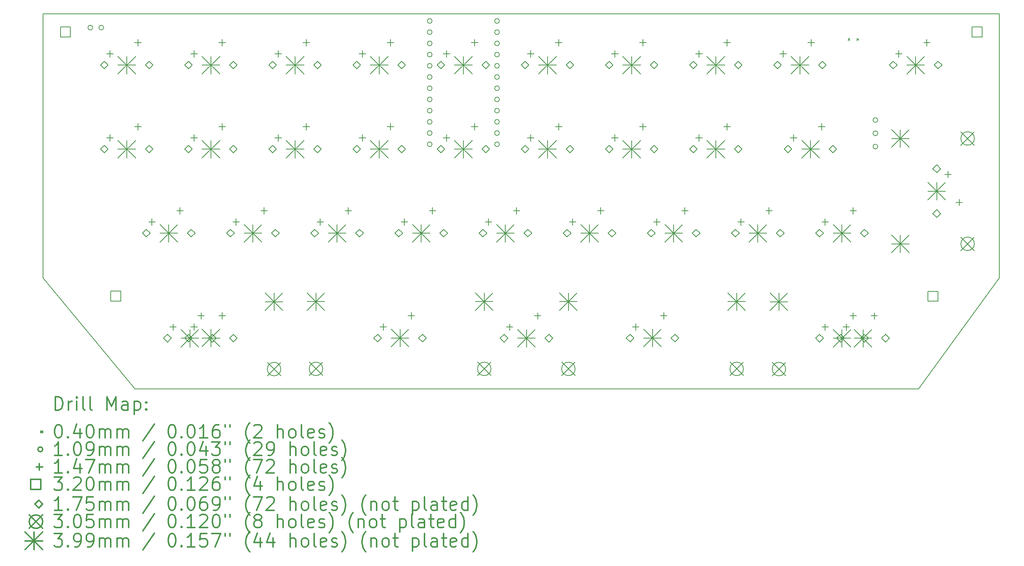
<source format=gbr>
%FSLAX45Y45*%
G04 Gerber Fmt 4.5, Leading zero omitted, Abs format (unit mm)*
G04 Created by KiCad (PCBNEW (5.1.9)-1) date 2021-12-01 20:16:34*
%MOMM*%
%LPD*%
G01*
G04 APERTURE LIST*
%TA.AperFunction,Profile*%
%ADD10C,0.200000*%
%TD*%
%ADD11C,0.200000*%
%ADD12C,0.300000*%
G04 APERTURE END LIST*
D10*
X1134788Y-8296316D02*
X-941705Y-5778500D01*
X-941705Y211503D02*
X-941705Y-5778500D01*
X20706080Y-5778500D02*
X18879797Y-8296316D01*
X-941705Y211503D02*
X-220634Y211503D01*
X-220634Y211503D02*
X496191Y211503D01*
X496191Y211503D02*
X1208908Y211503D01*
X1208908Y211503D02*
X1917653Y211503D01*
X1917653Y211503D02*
X2622564Y211503D01*
X2622564Y211503D02*
X3323777Y211503D01*
X3323777Y211503D02*
X4021429Y211503D01*
X4021429Y211503D02*
X4715658Y211503D01*
X4715658Y211503D02*
X5406600Y211503D01*
X5406600Y211503D02*
X6094392Y211503D01*
X6094392Y211503D02*
X6779171Y211503D01*
X6779171Y211503D02*
X7461074Y211503D01*
X7461074Y211503D02*
X8140239Y211503D01*
X8140239Y211503D02*
X8816801Y211503D01*
X8816801Y211503D02*
X9490898Y211503D01*
X9490898Y211503D02*
X10162667Y211503D01*
X10162667Y211503D02*
X10832244Y211503D01*
X10832244Y211503D02*
X11499767Y211503D01*
X11499767Y211503D02*
X12165373Y211503D01*
X12165373Y211503D02*
X12829199Y211503D01*
X12829199Y211503D02*
X13491381Y211503D01*
X13491381Y211503D02*
X14152056Y211503D01*
X14152056Y211503D02*
X14811362Y211503D01*
X14811362Y211503D02*
X15469436Y211503D01*
X15469436Y211503D02*
X16126413Y211503D01*
X16126413Y211503D02*
X16782432Y211503D01*
X16782432Y211503D02*
X17437629Y211503D01*
X17437629Y211503D02*
X18092141Y211503D01*
X18092141Y211503D02*
X18746106Y211503D01*
X18746106Y211503D02*
X19399659Y211503D01*
X19399659Y211503D02*
X20052938Y211503D01*
X20052938Y211503D02*
X20706080Y211503D01*
X1134788Y-8296316D02*
X1689321Y-8296316D01*
X1689321Y-8296316D02*
X2243855Y-8296316D01*
X2243855Y-8296316D02*
X2798389Y-8296316D01*
X2798389Y-8296316D02*
X3352922Y-8296316D01*
X3352922Y-8296316D02*
X3907456Y-8296316D01*
X3907456Y-8296316D02*
X4461989Y-8296316D01*
X4461989Y-8296316D02*
X5016522Y-8296316D01*
X5016522Y-8296316D02*
X5571055Y-8296316D01*
X5571055Y-8296316D02*
X6125587Y-8296316D01*
X6125587Y-8296316D02*
X6680120Y-8296316D01*
X6680120Y-8296316D02*
X7234652Y-8296316D01*
X7234652Y-8296316D02*
X7789184Y-8296316D01*
X7789184Y-8296316D02*
X8343717Y-8296316D01*
X8343717Y-8296316D02*
X8898249Y-8296316D01*
X8898249Y-8296316D02*
X9452780Y-8296316D01*
X9452780Y-8296316D02*
X10007312Y-8296316D01*
X10007312Y-8296316D02*
X10561843Y-8296316D01*
X10561843Y-8296316D02*
X11116375Y-8296316D01*
X11116375Y-8296316D02*
X11670906Y-8296316D01*
X11670906Y-8296316D02*
X12225437Y-8296316D01*
X12225437Y-8296316D02*
X12779968Y-8296316D01*
X12779968Y-8296316D02*
X13334498Y-8296316D01*
X13334498Y-8296316D02*
X13889029Y-8296316D01*
X13889029Y-8296316D02*
X14443559Y-8296316D01*
X14443559Y-8296316D02*
X14998090Y-8296316D01*
X14998090Y-8296316D02*
X15552620Y-8296316D01*
X15552620Y-8296316D02*
X16107150Y-8296316D01*
X16107150Y-8296316D02*
X16661679Y-8296316D01*
X16661679Y-8296316D02*
X17216209Y-8296316D01*
X17216209Y-8296316D02*
X17770739Y-8296316D01*
X17770739Y-8296316D02*
X18325268Y-8296316D01*
X18325268Y-8296316D02*
X18879797Y-8296316D01*
X20706080Y-5778500D02*
X20706080Y-5591315D01*
X20706080Y-5591315D02*
X20706080Y-5404129D01*
X20706080Y-5404129D02*
X20706080Y-5216944D01*
X20706080Y-5216944D02*
X20706080Y-5029758D01*
X20706080Y-5029758D02*
X20706080Y-4842572D01*
X20706080Y-4842572D02*
X20706080Y-4655386D01*
X20706080Y-4655386D02*
X20706080Y-4468200D01*
X20706080Y-4468200D02*
X20706080Y-4281014D01*
X20706080Y-4281014D02*
X20706080Y-4093827D01*
X20706080Y-4093827D02*
X20706080Y-3906641D01*
X20706080Y-3906641D02*
X20706080Y-3719454D01*
X20706080Y-3719454D02*
X20706080Y-3532267D01*
X20706080Y-3532267D02*
X20706080Y-3345080D01*
X20706080Y-3345080D02*
X20706080Y-3157893D01*
X20706080Y-3157893D02*
X20706080Y-2970706D01*
X20706080Y-2970706D02*
X20706080Y-2783518D01*
X20706080Y-2783518D02*
X20706080Y-2596331D01*
X20706080Y-2596331D02*
X20706080Y-2409143D01*
X20706080Y-2409143D02*
X20706080Y-2221955D01*
X20706080Y-2221955D02*
X20706080Y-2034766D01*
X20706080Y-2034766D02*
X20706080Y-1847578D01*
X20706080Y-1847578D02*
X20706080Y-1660390D01*
X20706080Y-1660390D02*
X20706080Y-1473201D01*
X20706080Y-1473201D02*
X20706080Y-1286012D01*
X20706080Y-1286012D02*
X20706080Y-1098824D01*
X20706080Y-1098824D02*
X20706080Y-911634D01*
X20706080Y-911634D02*
X20706080Y-724445D01*
X20706080Y-724445D02*
X20706080Y-537256D01*
X20706080Y-537256D02*
X20706080Y-350066D01*
X20706080Y-350066D02*
X20706080Y-162877D01*
X20706080Y-162877D02*
X20706080Y24313D01*
X20706080Y24313D02*
X20706080Y211503D01*
D11*
X17282480Y-350840D02*
X17322480Y-390840D01*
X17322480Y-350840D02*
X17282480Y-390840D01*
X17480600Y-350840D02*
X17520600Y-390840D01*
X17520600Y-350840D02*
X17480600Y-390840D01*
X181610Y-104140D02*
G75*
G03*
X181610Y-104140I-54610J0D01*
G01*
X429610Y-104140D02*
G75*
G03*
X429610Y-104140I-54610J0D01*
G01*
X7865110Y45720D02*
G75*
G03*
X7865110Y45720I-54610J0D01*
G01*
X7865110Y-208280D02*
G75*
G03*
X7865110Y-208280I-54610J0D01*
G01*
X7865110Y-462280D02*
G75*
G03*
X7865110Y-462280I-54610J0D01*
G01*
X7865110Y-716280D02*
G75*
G03*
X7865110Y-716280I-54610J0D01*
G01*
X7865110Y-970280D02*
G75*
G03*
X7865110Y-970280I-54610J0D01*
G01*
X7865110Y-1224280D02*
G75*
G03*
X7865110Y-1224280I-54610J0D01*
G01*
X7865110Y-1478280D02*
G75*
G03*
X7865110Y-1478280I-54610J0D01*
G01*
X7865110Y-1732280D02*
G75*
G03*
X7865110Y-1732280I-54610J0D01*
G01*
X7865110Y-1986280D02*
G75*
G03*
X7865110Y-1986280I-54610J0D01*
G01*
X7865110Y-2240280D02*
G75*
G03*
X7865110Y-2240280I-54610J0D01*
G01*
X7865110Y-2494280D02*
G75*
G03*
X7865110Y-2494280I-54610J0D01*
G01*
X7865110Y-2748280D02*
G75*
G03*
X7865110Y-2748280I-54610J0D01*
G01*
X9389110Y45720D02*
G75*
G03*
X9389110Y45720I-54610J0D01*
G01*
X9389110Y-208280D02*
G75*
G03*
X9389110Y-208280I-54610J0D01*
G01*
X9389110Y-462280D02*
G75*
G03*
X9389110Y-462280I-54610J0D01*
G01*
X9389110Y-716280D02*
G75*
G03*
X9389110Y-716280I-54610J0D01*
G01*
X9389110Y-970280D02*
G75*
G03*
X9389110Y-970280I-54610J0D01*
G01*
X9389110Y-1224280D02*
G75*
G03*
X9389110Y-1224280I-54610J0D01*
G01*
X9389110Y-1478280D02*
G75*
G03*
X9389110Y-1478280I-54610J0D01*
G01*
X9389110Y-1732280D02*
G75*
G03*
X9389110Y-1732280I-54610J0D01*
G01*
X9389110Y-1986280D02*
G75*
G03*
X9389110Y-1986280I-54610J0D01*
G01*
X9389110Y-2240280D02*
G75*
G03*
X9389110Y-2240280I-54610J0D01*
G01*
X9389110Y-2494280D02*
G75*
G03*
X9389110Y-2494280I-54610J0D01*
G01*
X9389110Y-2748280D02*
G75*
G03*
X9389110Y-2748280I-54610J0D01*
G01*
X17954610Y-2200000D02*
G75*
G03*
X17954610Y-2200000I-54610J0D01*
G01*
X17954610Y-2500000D02*
G75*
G03*
X17954610Y-2500000I-54610J0D01*
G01*
X17954610Y-2800000D02*
G75*
G03*
X17954610Y-2800000I-54610J0D01*
G01*
X571500Y-625000D02*
X571500Y-772000D01*
X498000Y-698500D02*
X645000Y-698500D01*
X571500Y-2530000D02*
X571500Y-2677000D01*
X498000Y-2603500D02*
X645000Y-2603500D01*
X1206500Y-371000D02*
X1206500Y-518000D01*
X1133000Y-444500D02*
X1280000Y-444500D01*
X1206500Y-2276000D02*
X1206500Y-2423000D01*
X1133000Y-2349500D02*
X1280000Y-2349500D01*
X1524000Y-4435000D02*
X1524000Y-4582000D01*
X1450500Y-4508500D02*
X1597500Y-4508500D01*
X2000250Y-6816250D02*
X2000250Y-6963250D01*
X1926750Y-6889750D02*
X2073750Y-6889750D01*
X2159000Y-4181000D02*
X2159000Y-4328000D01*
X2085500Y-4254500D02*
X2232500Y-4254500D01*
X2476500Y-625000D02*
X2476500Y-772000D01*
X2403000Y-698500D02*
X2550000Y-698500D01*
X2476500Y-2530000D02*
X2476500Y-2677000D01*
X2403000Y-2603500D02*
X2550000Y-2603500D01*
X2476500Y-6812440D02*
X2476500Y-6959440D01*
X2403000Y-6885940D02*
X2550000Y-6885940D01*
X2635250Y-6562250D02*
X2635250Y-6709250D01*
X2561750Y-6635750D02*
X2708750Y-6635750D01*
X3111500Y-371000D02*
X3111500Y-518000D01*
X3038000Y-444500D02*
X3185000Y-444500D01*
X3111500Y-2276000D02*
X3111500Y-2423000D01*
X3038000Y-2349500D02*
X3185000Y-2349500D01*
X3111500Y-6558440D02*
X3111500Y-6705440D01*
X3038000Y-6631940D02*
X3185000Y-6631940D01*
X3429000Y-4435000D02*
X3429000Y-4582000D01*
X3355500Y-4508500D02*
X3502500Y-4508500D01*
X4064000Y-4181000D02*
X4064000Y-4328000D01*
X3990500Y-4254500D02*
X4137500Y-4254500D01*
X4381500Y-625000D02*
X4381500Y-772000D01*
X4308000Y-698500D02*
X4455000Y-698500D01*
X4381500Y-2530000D02*
X4381500Y-2677000D01*
X4308000Y-2603500D02*
X4455000Y-2603500D01*
X5016500Y-371000D02*
X5016500Y-518000D01*
X4943000Y-444500D02*
X5090000Y-444500D01*
X5016500Y-2276000D02*
X5016500Y-2423000D01*
X4943000Y-2349500D02*
X5090000Y-2349500D01*
X5334000Y-4435000D02*
X5334000Y-4582000D01*
X5260500Y-4508500D02*
X5407500Y-4508500D01*
X5969000Y-4181000D02*
X5969000Y-4328000D01*
X5895500Y-4254500D02*
X6042500Y-4254500D01*
X6286500Y-625000D02*
X6286500Y-772000D01*
X6213000Y-698500D02*
X6360000Y-698500D01*
X6286500Y-2530000D02*
X6286500Y-2677000D01*
X6213000Y-2603500D02*
X6360000Y-2603500D01*
X6758940Y-6812440D02*
X6758940Y-6959440D01*
X6685440Y-6885940D02*
X6832440Y-6885940D01*
X6921500Y-371000D02*
X6921500Y-518000D01*
X6848000Y-444500D02*
X6995000Y-444500D01*
X6921500Y-2276000D02*
X6921500Y-2423000D01*
X6848000Y-2349500D02*
X6995000Y-2349500D01*
X7239000Y-4435000D02*
X7239000Y-4582000D01*
X7165500Y-4508500D02*
X7312500Y-4508500D01*
X7393940Y-6558440D02*
X7393940Y-6705440D01*
X7320440Y-6631940D02*
X7467440Y-6631940D01*
X7874000Y-4181000D02*
X7874000Y-4328000D01*
X7800500Y-4254500D02*
X7947500Y-4254500D01*
X8191500Y-625000D02*
X8191500Y-772000D01*
X8118000Y-698500D02*
X8265000Y-698500D01*
X8191500Y-2530000D02*
X8191500Y-2677000D01*
X8118000Y-2603500D02*
X8265000Y-2603500D01*
X8826500Y-371000D02*
X8826500Y-518000D01*
X8753000Y-444500D02*
X8900000Y-444500D01*
X8826500Y-2276000D02*
X8826500Y-2423000D01*
X8753000Y-2349500D02*
X8900000Y-2349500D01*
X9144000Y-4435000D02*
X9144000Y-4582000D01*
X9070500Y-4508500D02*
X9217500Y-4508500D01*
X9620250Y-6816250D02*
X9620250Y-6963250D01*
X9546750Y-6889750D02*
X9693750Y-6889750D01*
X9779000Y-4181000D02*
X9779000Y-4328000D01*
X9705500Y-4254500D02*
X9852500Y-4254500D01*
X10096500Y-625000D02*
X10096500Y-772000D01*
X10023000Y-698500D02*
X10170000Y-698500D01*
X10096500Y-2530000D02*
X10096500Y-2677000D01*
X10023000Y-2603500D02*
X10170000Y-2603500D01*
X10255250Y-6562250D02*
X10255250Y-6709250D01*
X10181750Y-6635750D02*
X10328750Y-6635750D01*
X10731500Y-371000D02*
X10731500Y-518000D01*
X10658000Y-444500D02*
X10805000Y-444500D01*
X10731500Y-2276000D02*
X10731500Y-2423000D01*
X10658000Y-2349500D02*
X10805000Y-2349500D01*
X11049000Y-4435000D02*
X11049000Y-4582000D01*
X10975500Y-4508500D02*
X11122500Y-4508500D01*
X11684000Y-4181000D02*
X11684000Y-4328000D01*
X11610500Y-4254500D02*
X11757500Y-4254500D01*
X12001500Y-625000D02*
X12001500Y-772000D01*
X11928000Y-698500D02*
X12075000Y-698500D01*
X12001500Y-2530000D02*
X12001500Y-2677000D01*
X11928000Y-2603500D02*
X12075000Y-2603500D01*
X12473940Y-6812440D02*
X12473940Y-6959440D01*
X12400440Y-6885940D02*
X12547440Y-6885940D01*
X12636500Y-371000D02*
X12636500Y-518000D01*
X12563000Y-444500D02*
X12710000Y-444500D01*
X12636500Y-2276000D02*
X12636500Y-2423000D01*
X12563000Y-2349500D02*
X12710000Y-2349500D01*
X12954000Y-4435000D02*
X12954000Y-4582000D01*
X12880500Y-4508500D02*
X13027500Y-4508500D01*
X13108940Y-6558440D02*
X13108940Y-6705440D01*
X13035440Y-6631940D02*
X13182440Y-6631940D01*
X13589000Y-4181000D02*
X13589000Y-4328000D01*
X13515500Y-4254500D02*
X13662500Y-4254500D01*
X13906500Y-625000D02*
X13906500Y-772000D01*
X13833000Y-698500D02*
X13980000Y-698500D01*
X13906500Y-2530000D02*
X13906500Y-2677000D01*
X13833000Y-2603500D02*
X13980000Y-2603500D01*
X14541500Y-371000D02*
X14541500Y-518000D01*
X14468000Y-444500D02*
X14615000Y-444500D01*
X14541500Y-2276000D02*
X14541500Y-2423000D01*
X14468000Y-2349500D02*
X14615000Y-2349500D01*
X14859000Y-4435000D02*
X14859000Y-4582000D01*
X14785500Y-4508500D02*
X14932500Y-4508500D01*
X15494000Y-4181000D02*
X15494000Y-4328000D01*
X15420500Y-4254500D02*
X15567500Y-4254500D01*
X15811500Y-625000D02*
X15811500Y-772000D01*
X15738000Y-698500D02*
X15885000Y-698500D01*
X16049625Y-2530000D02*
X16049625Y-2677000D01*
X15976125Y-2603500D02*
X16123125Y-2603500D01*
X16446500Y-371000D02*
X16446500Y-518000D01*
X16373000Y-444500D02*
X16520000Y-444500D01*
X16684625Y-2276000D02*
X16684625Y-2423000D01*
X16611125Y-2349500D02*
X16758125Y-2349500D01*
X16764000Y-4435000D02*
X16764000Y-4582000D01*
X16690500Y-4508500D02*
X16837500Y-4508500D01*
X16764000Y-6817520D02*
X16764000Y-6964520D01*
X16690500Y-6891020D02*
X16837500Y-6891020D01*
X17240250Y-6816250D02*
X17240250Y-6963250D01*
X17166750Y-6889750D02*
X17313750Y-6889750D01*
X17399000Y-4181000D02*
X17399000Y-4328000D01*
X17325500Y-4254500D02*
X17472500Y-4254500D01*
X17399000Y-6563520D02*
X17399000Y-6710520D01*
X17325500Y-6637020D02*
X17472500Y-6637020D01*
X17875250Y-6562250D02*
X17875250Y-6709250D01*
X17801750Y-6635750D02*
X17948750Y-6635750D01*
X18430875Y-625000D02*
X18430875Y-772000D01*
X18357375Y-698500D02*
X18504375Y-698500D01*
X19065875Y-371000D02*
X19065875Y-518000D01*
X18992375Y-444500D02*
X19139375Y-444500D01*
X19542760Y-3355500D02*
X19542760Y-3502500D01*
X19469260Y-3429000D02*
X19616260Y-3429000D01*
X19796760Y-3990500D02*
X19796760Y-4137500D01*
X19723260Y-4064000D02*
X19870260Y-4064000D01*
X-322487Y-313138D02*
X-322487Y-86862D01*
X-548763Y-86862D01*
X-548763Y-313138D01*
X-322487Y-313138D01*
X813138Y-6303118D02*
X813138Y-6076842D01*
X586862Y-6076842D01*
X586862Y-6303118D01*
X813138Y-6303118D01*
X19313138Y-6305658D02*
X19313138Y-6079382D01*
X19086862Y-6079382D01*
X19086862Y-6305658D01*
X19313138Y-6305658D01*
X20313138Y-313138D02*
X20313138Y-86862D01*
X20086862Y-86862D01*
X20086862Y-313138D01*
X20313138Y-313138D01*
X444500Y-1040000D02*
X532000Y-952500D01*
X444500Y-865000D01*
X357000Y-952500D01*
X444500Y-1040000D01*
X444500Y-2945000D02*
X532000Y-2857500D01*
X444500Y-2770000D01*
X357000Y-2857500D01*
X444500Y-2945000D01*
X1397000Y-4850000D02*
X1484500Y-4762500D01*
X1397000Y-4675000D01*
X1309500Y-4762500D01*
X1397000Y-4850000D01*
X1460500Y-1040000D02*
X1548000Y-952500D01*
X1460500Y-865000D01*
X1373000Y-952500D01*
X1460500Y-1040000D01*
X1460500Y-2945000D02*
X1548000Y-2857500D01*
X1460500Y-2770000D01*
X1373000Y-2857500D01*
X1460500Y-2945000D01*
X1873250Y-7231250D02*
X1960750Y-7143750D01*
X1873250Y-7056250D01*
X1785750Y-7143750D01*
X1873250Y-7231250D01*
X2349500Y-1040000D02*
X2437000Y-952500D01*
X2349500Y-865000D01*
X2262000Y-952500D01*
X2349500Y-1040000D01*
X2349500Y-2945000D02*
X2437000Y-2857500D01*
X2349500Y-2770000D01*
X2262000Y-2857500D01*
X2349500Y-2945000D01*
X2349500Y-7227440D02*
X2437000Y-7139940D01*
X2349500Y-7052440D01*
X2262000Y-7139940D01*
X2349500Y-7227440D01*
X2413000Y-4850000D02*
X2500500Y-4762500D01*
X2413000Y-4675000D01*
X2325500Y-4762500D01*
X2413000Y-4850000D01*
X2889250Y-7231250D02*
X2976750Y-7143750D01*
X2889250Y-7056250D01*
X2801750Y-7143750D01*
X2889250Y-7231250D01*
X3302000Y-4850000D02*
X3389500Y-4762500D01*
X3302000Y-4675000D01*
X3214500Y-4762500D01*
X3302000Y-4850000D01*
X3365500Y-1040000D02*
X3453000Y-952500D01*
X3365500Y-865000D01*
X3278000Y-952500D01*
X3365500Y-1040000D01*
X3365500Y-2945000D02*
X3453000Y-2857500D01*
X3365500Y-2770000D01*
X3278000Y-2857500D01*
X3365500Y-2945000D01*
X3365500Y-7227440D02*
X3453000Y-7139940D01*
X3365500Y-7052440D01*
X3278000Y-7139940D01*
X3365500Y-7227440D01*
X4254500Y-1040000D02*
X4342000Y-952500D01*
X4254500Y-865000D01*
X4167000Y-952500D01*
X4254500Y-1040000D01*
X4254500Y-2945000D02*
X4342000Y-2857500D01*
X4254500Y-2770000D01*
X4167000Y-2857500D01*
X4254500Y-2945000D01*
X4318000Y-4850000D02*
X4405500Y-4762500D01*
X4318000Y-4675000D01*
X4230500Y-4762500D01*
X4318000Y-4850000D01*
X5207000Y-4850000D02*
X5294500Y-4762500D01*
X5207000Y-4675000D01*
X5119500Y-4762500D01*
X5207000Y-4850000D01*
X5270500Y-1040000D02*
X5358000Y-952500D01*
X5270500Y-865000D01*
X5183000Y-952500D01*
X5270500Y-1040000D01*
X5270500Y-2945000D02*
X5358000Y-2857500D01*
X5270500Y-2770000D01*
X5183000Y-2857500D01*
X5270500Y-2945000D01*
X6159500Y-1040000D02*
X6247000Y-952500D01*
X6159500Y-865000D01*
X6072000Y-952500D01*
X6159500Y-1040000D01*
X6159500Y-2945000D02*
X6247000Y-2857500D01*
X6159500Y-2770000D01*
X6072000Y-2857500D01*
X6159500Y-2945000D01*
X6223000Y-4850000D02*
X6310500Y-4762500D01*
X6223000Y-4675000D01*
X6135500Y-4762500D01*
X6223000Y-4850000D01*
X6631940Y-7227440D02*
X6719440Y-7139940D01*
X6631940Y-7052440D01*
X6544440Y-7139940D01*
X6631940Y-7227440D01*
X7112000Y-4850000D02*
X7199500Y-4762500D01*
X7112000Y-4675000D01*
X7024500Y-4762500D01*
X7112000Y-4850000D01*
X7175500Y-1040000D02*
X7263000Y-952500D01*
X7175500Y-865000D01*
X7088000Y-952500D01*
X7175500Y-1040000D01*
X7175500Y-2945000D02*
X7263000Y-2857500D01*
X7175500Y-2770000D01*
X7088000Y-2857500D01*
X7175500Y-2945000D01*
X7647940Y-7227440D02*
X7735440Y-7139940D01*
X7647940Y-7052440D01*
X7560440Y-7139940D01*
X7647940Y-7227440D01*
X8064500Y-1040000D02*
X8152000Y-952500D01*
X8064500Y-865000D01*
X7977000Y-952500D01*
X8064500Y-1040000D01*
X8064500Y-2945000D02*
X8152000Y-2857500D01*
X8064500Y-2770000D01*
X7977000Y-2857500D01*
X8064500Y-2945000D01*
X8128000Y-4850000D02*
X8215500Y-4762500D01*
X8128000Y-4675000D01*
X8040500Y-4762500D01*
X8128000Y-4850000D01*
X9017000Y-4850000D02*
X9104500Y-4762500D01*
X9017000Y-4675000D01*
X8929500Y-4762500D01*
X9017000Y-4850000D01*
X9080500Y-1040000D02*
X9168000Y-952500D01*
X9080500Y-865000D01*
X8993000Y-952500D01*
X9080500Y-1040000D01*
X9080500Y-2945000D02*
X9168000Y-2857500D01*
X9080500Y-2770000D01*
X8993000Y-2857500D01*
X9080500Y-2945000D01*
X9493250Y-7231250D02*
X9580750Y-7143750D01*
X9493250Y-7056250D01*
X9405750Y-7143750D01*
X9493250Y-7231250D01*
X9969500Y-1040000D02*
X10057000Y-952500D01*
X9969500Y-865000D01*
X9882000Y-952500D01*
X9969500Y-1040000D01*
X9969500Y-2945000D02*
X10057000Y-2857500D01*
X9969500Y-2770000D01*
X9882000Y-2857500D01*
X9969500Y-2945000D01*
X10033000Y-4850000D02*
X10120500Y-4762500D01*
X10033000Y-4675000D01*
X9945500Y-4762500D01*
X10033000Y-4850000D01*
X10509250Y-7231250D02*
X10596750Y-7143750D01*
X10509250Y-7056250D01*
X10421750Y-7143750D01*
X10509250Y-7231250D01*
X10922000Y-4850000D02*
X11009500Y-4762500D01*
X10922000Y-4675000D01*
X10834500Y-4762500D01*
X10922000Y-4850000D01*
X10985500Y-1040000D02*
X11073000Y-952500D01*
X10985500Y-865000D01*
X10898000Y-952500D01*
X10985500Y-1040000D01*
X10985500Y-2945000D02*
X11073000Y-2857500D01*
X10985500Y-2770000D01*
X10898000Y-2857500D01*
X10985500Y-2945000D01*
X11874500Y-1040000D02*
X11962000Y-952500D01*
X11874500Y-865000D01*
X11787000Y-952500D01*
X11874500Y-1040000D01*
X11874500Y-2945000D02*
X11962000Y-2857500D01*
X11874500Y-2770000D01*
X11787000Y-2857500D01*
X11874500Y-2945000D01*
X11938000Y-4850000D02*
X12025500Y-4762500D01*
X11938000Y-4675000D01*
X11850500Y-4762500D01*
X11938000Y-4850000D01*
X12346940Y-7227440D02*
X12434440Y-7139940D01*
X12346940Y-7052440D01*
X12259440Y-7139940D01*
X12346940Y-7227440D01*
X12827000Y-4850000D02*
X12914500Y-4762500D01*
X12827000Y-4675000D01*
X12739500Y-4762500D01*
X12827000Y-4850000D01*
X12890500Y-1040000D02*
X12978000Y-952500D01*
X12890500Y-865000D01*
X12803000Y-952500D01*
X12890500Y-1040000D01*
X12890500Y-2945000D02*
X12978000Y-2857500D01*
X12890500Y-2770000D01*
X12803000Y-2857500D01*
X12890500Y-2945000D01*
X13362940Y-7227440D02*
X13450440Y-7139940D01*
X13362940Y-7052440D01*
X13275440Y-7139940D01*
X13362940Y-7227440D01*
X13779500Y-1040000D02*
X13867000Y-952500D01*
X13779500Y-865000D01*
X13692000Y-952500D01*
X13779500Y-1040000D01*
X13779500Y-2945000D02*
X13867000Y-2857500D01*
X13779500Y-2770000D01*
X13692000Y-2857500D01*
X13779500Y-2945000D01*
X13843000Y-4850000D02*
X13930500Y-4762500D01*
X13843000Y-4675000D01*
X13755500Y-4762500D01*
X13843000Y-4850000D01*
X14732000Y-4850000D02*
X14819500Y-4762500D01*
X14732000Y-4675000D01*
X14644500Y-4762500D01*
X14732000Y-4850000D01*
X14795500Y-1040000D02*
X14883000Y-952500D01*
X14795500Y-865000D01*
X14708000Y-952500D01*
X14795500Y-1040000D01*
X14795500Y-2945000D02*
X14883000Y-2857500D01*
X14795500Y-2770000D01*
X14708000Y-2857500D01*
X14795500Y-2945000D01*
X15684500Y-1040000D02*
X15772000Y-952500D01*
X15684500Y-865000D01*
X15597000Y-952500D01*
X15684500Y-1040000D01*
X15748000Y-4850000D02*
X15835500Y-4762500D01*
X15748000Y-4675000D01*
X15660500Y-4762500D01*
X15748000Y-4850000D01*
X15922625Y-2945000D02*
X16010125Y-2857500D01*
X15922625Y-2770000D01*
X15835125Y-2857500D01*
X15922625Y-2945000D01*
X16637000Y-4850000D02*
X16724500Y-4762500D01*
X16637000Y-4675000D01*
X16549500Y-4762500D01*
X16637000Y-4850000D01*
X16637000Y-7232520D02*
X16724500Y-7145020D01*
X16637000Y-7057520D01*
X16549500Y-7145020D01*
X16637000Y-7232520D01*
X16700500Y-1040000D02*
X16788000Y-952500D01*
X16700500Y-865000D01*
X16613000Y-952500D01*
X16700500Y-1040000D01*
X16938625Y-2945000D02*
X17026125Y-2857500D01*
X16938625Y-2770000D01*
X16851125Y-2857500D01*
X16938625Y-2945000D01*
X17113250Y-7231250D02*
X17200750Y-7143750D01*
X17113250Y-7056250D01*
X17025750Y-7143750D01*
X17113250Y-7231250D01*
X17653000Y-4850000D02*
X17740500Y-4762500D01*
X17653000Y-4675000D01*
X17565500Y-4762500D01*
X17653000Y-4850000D01*
X17653000Y-7232520D02*
X17740500Y-7145020D01*
X17653000Y-7057520D01*
X17565500Y-7145020D01*
X17653000Y-7232520D01*
X18129250Y-7231250D02*
X18216750Y-7143750D01*
X18129250Y-7056250D01*
X18041750Y-7143750D01*
X18129250Y-7231250D01*
X18303875Y-1040000D02*
X18391375Y-952500D01*
X18303875Y-865000D01*
X18216375Y-952500D01*
X18303875Y-1040000D01*
X19288760Y-3389500D02*
X19376260Y-3302000D01*
X19288760Y-3214500D01*
X19201260Y-3302000D01*
X19288760Y-3389500D01*
X19288760Y-4405500D02*
X19376260Y-4318000D01*
X19288760Y-4230500D01*
X19201260Y-4318000D01*
X19288760Y-4405500D01*
X19319875Y-1040000D02*
X19407375Y-952500D01*
X19319875Y-865000D01*
X19232375Y-952500D01*
X19319875Y-1040000D01*
X4133850Y-7689850D02*
X4438650Y-7994650D01*
X4438650Y-7689850D02*
X4133850Y-7994650D01*
X4438650Y-7842250D02*
G75*
G03*
X4438650Y-7842250I-152400J0D01*
G01*
X5082540Y-7686040D02*
X5387340Y-7990840D01*
X5387340Y-7686040D02*
X5082540Y-7990840D01*
X5387340Y-7838440D02*
G75*
G03*
X5387340Y-7838440I-152400J0D01*
G01*
X8892540Y-7686040D02*
X9197340Y-7990840D01*
X9197340Y-7686040D02*
X8892540Y-7990840D01*
X9197340Y-7838440D02*
G75*
G03*
X9197340Y-7838440I-152400J0D01*
G01*
X10797540Y-7686040D02*
X11102340Y-7990840D01*
X11102340Y-7686040D02*
X10797540Y-7990840D01*
X11102340Y-7838440D02*
G75*
G03*
X11102340Y-7838440I-152400J0D01*
G01*
X14607540Y-7686040D02*
X14912340Y-7990840D01*
X14912340Y-7686040D02*
X14607540Y-7990840D01*
X14912340Y-7838440D02*
G75*
G03*
X14912340Y-7838440I-152400J0D01*
G01*
X15563850Y-7689850D02*
X15868650Y-7994650D01*
X15868650Y-7689850D02*
X15563850Y-7994650D01*
X15868650Y-7842250D02*
G75*
G03*
X15868650Y-7842250I-152400J0D01*
G01*
X19834860Y-2463800D02*
X20139660Y-2768600D01*
X20139660Y-2463800D02*
X19834860Y-2768600D01*
X20139660Y-2616200D02*
G75*
G03*
X20139660Y-2616200I-152400J0D01*
G01*
X19834860Y-4851400D02*
X20139660Y-5156200D01*
X20139660Y-4851400D02*
X19834860Y-5156200D01*
X20139660Y-5003800D02*
G75*
G03*
X20139660Y-5003800I-152400J0D01*
G01*
X753110Y-753110D02*
X1151890Y-1151890D01*
X1151890Y-753110D02*
X753110Y-1151890D01*
X952500Y-753110D02*
X952500Y-1151890D01*
X753110Y-952500D02*
X1151890Y-952500D01*
X753110Y-2658110D02*
X1151890Y-3056890D01*
X1151890Y-2658110D02*
X753110Y-3056890D01*
X952500Y-2658110D02*
X952500Y-3056890D01*
X753110Y-2857500D02*
X1151890Y-2857500D01*
X1705610Y-4563110D02*
X2104390Y-4961890D01*
X2104390Y-4563110D02*
X1705610Y-4961890D01*
X1905000Y-4563110D02*
X1905000Y-4961890D01*
X1705610Y-4762500D02*
X2104390Y-4762500D01*
X2181860Y-6944360D02*
X2580640Y-7343140D01*
X2580640Y-6944360D02*
X2181860Y-7343140D01*
X2381250Y-6944360D02*
X2381250Y-7343140D01*
X2181860Y-7143750D02*
X2580640Y-7143750D01*
X2658110Y-753110D02*
X3056890Y-1151890D01*
X3056890Y-753110D02*
X2658110Y-1151890D01*
X2857500Y-753110D02*
X2857500Y-1151890D01*
X2658110Y-952500D02*
X3056890Y-952500D01*
X2658110Y-2658110D02*
X3056890Y-3056890D01*
X3056890Y-2658110D02*
X2658110Y-3056890D01*
X2857500Y-2658110D02*
X2857500Y-3056890D01*
X2658110Y-2857500D02*
X3056890Y-2857500D01*
X2658110Y-6940550D02*
X3056890Y-7339330D01*
X3056890Y-6940550D02*
X2658110Y-7339330D01*
X2857500Y-6940550D02*
X2857500Y-7339330D01*
X2658110Y-7139940D02*
X3056890Y-7139940D01*
X3610610Y-4563110D02*
X4009390Y-4961890D01*
X4009390Y-4563110D02*
X3610610Y-4961890D01*
X3810000Y-4563110D02*
X3810000Y-4961890D01*
X3610610Y-4762500D02*
X4009390Y-4762500D01*
X4086860Y-6118860D02*
X4485640Y-6517640D01*
X4485640Y-6118860D02*
X4086860Y-6517640D01*
X4286250Y-6118860D02*
X4286250Y-6517640D01*
X4086860Y-6318250D02*
X4485640Y-6318250D01*
X4563110Y-753110D02*
X4961890Y-1151890D01*
X4961890Y-753110D02*
X4563110Y-1151890D01*
X4762500Y-753110D02*
X4762500Y-1151890D01*
X4563110Y-952500D02*
X4961890Y-952500D01*
X4563110Y-2658110D02*
X4961890Y-3056890D01*
X4961890Y-2658110D02*
X4563110Y-3056890D01*
X4762500Y-2658110D02*
X4762500Y-3056890D01*
X4563110Y-2857500D02*
X4961890Y-2857500D01*
X5035550Y-6115050D02*
X5434330Y-6513830D01*
X5434330Y-6115050D02*
X5035550Y-6513830D01*
X5234940Y-6115050D02*
X5234940Y-6513830D01*
X5035550Y-6314440D02*
X5434330Y-6314440D01*
X5515610Y-4563110D02*
X5914390Y-4961890D01*
X5914390Y-4563110D02*
X5515610Y-4961890D01*
X5715000Y-4563110D02*
X5715000Y-4961890D01*
X5515610Y-4762500D02*
X5914390Y-4762500D01*
X6468110Y-753110D02*
X6866890Y-1151890D01*
X6866890Y-753110D02*
X6468110Y-1151890D01*
X6667500Y-753110D02*
X6667500Y-1151890D01*
X6468110Y-952500D02*
X6866890Y-952500D01*
X6468110Y-2658110D02*
X6866890Y-3056890D01*
X6866890Y-2658110D02*
X6468110Y-3056890D01*
X6667500Y-2658110D02*
X6667500Y-3056890D01*
X6468110Y-2857500D02*
X6866890Y-2857500D01*
X6940550Y-6940550D02*
X7339330Y-7339330D01*
X7339330Y-6940550D02*
X6940550Y-7339330D01*
X7139940Y-6940550D02*
X7139940Y-7339330D01*
X6940550Y-7139940D02*
X7339330Y-7139940D01*
X7420610Y-4563110D02*
X7819390Y-4961890D01*
X7819390Y-4563110D02*
X7420610Y-4961890D01*
X7620000Y-4563110D02*
X7620000Y-4961890D01*
X7420610Y-4762500D02*
X7819390Y-4762500D01*
X8373110Y-753110D02*
X8771890Y-1151890D01*
X8771890Y-753110D02*
X8373110Y-1151890D01*
X8572500Y-753110D02*
X8572500Y-1151890D01*
X8373110Y-952500D02*
X8771890Y-952500D01*
X8373110Y-2658110D02*
X8771890Y-3056890D01*
X8771890Y-2658110D02*
X8373110Y-3056890D01*
X8572500Y-2658110D02*
X8572500Y-3056890D01*
X8373110Y-2857500D02*
X8771890Y-2857500D01*
X8845550Y-6115050D02*
X9244330Y-6513830D01*
X9244330Y-6115050D02*
X8845550Y-6513830D01*
X9044940Y-6115050D02*
X9044940Y-6513830D01*
X8845550Y-6314440D02*
X9244330Y-6314440D01*
X9325610Y-4563110D02*
X9724390Y-4961890D01*
X9724390Y-4563110D02*
X9325610Y-4961890D01*
X9525000Y-4563110D02*
X9525000Y-4961890D01*
X9325610Y-4762500D02*
X9724390Y-4762500D01*
X9801860Y-6944360D02*
X10200640Y-7343140D01*
X10200640Y-6944360D02*
X9801860Y-7343140D01*
X10001250Y-6944360D02*
X10001250Y-7343140D01*
X9801860Y-7143750D02*
X10200640Y-7143750D01*
X10278110Y-753110D02*
X10676890Y-1151890D01*
X10676890Y-753110D02*
X10278110Y-1151890D01*
X10477500Y-753110D02*
X10477500Y-1151890D01*
X10278110Y-952500D02*
X10676890Y-952500D01*
X10278110Y-2658110D02*
X10676890Y-3056890D01*
X10676890Y-2658110D02*
X10278110Y-3056890D01*
X10477500Y-2658110D02*
X10477500Y-3056890D01*
X10278110Y-2857500D02*
X10676890Y-2857500D01*
X10750550Y-6115050D02*
X11149330Y-6513830D01*
X11149330Y-6115050D02*
X10750550Y-6513830D01*
X10949940Y-6115050D02*
X10949940Y-6513830D01*
X10750550Y-6314440D02*
X11149330Y-6314440D01*
X11230610Y-4563110D02*
X11629390Y-4961890D01*
X11629390Y-4563110D02*
X11230610Y-4961890D01*
X11430000Y-4563110D02*
X11430000Y-4961890D01*
X11230610Y-4762500D02*
X11629390Y-4762500D01*
X12183110Y-753110D02*
X12581890Y-1151890D01*
X12581890Y-753110D02*
X12183110Y-1151890D01*
X12382500Y-753110D02*
X12382500Y-1151890D01*
X12183110Y-952500D02*
X12581890Y-952500D01*
X12183110Y-2658110D02*
X12581890Y-3056890D01*
X12581890Y-2658110D02*
X12183110Y-3056890D01*
X12382500Y-2658110D02*
X12382500Y-3056890D01*
X12183110Y-2857500D02*
X12581890Y-2857500D01*
X12655550Y-6940550D02*
X13054330Y-7339330D01*
X13054330Y-6940550D02*
X12655550Y-7339330D01*
X12854940Y-6940550D02*
X12854940Y-7339330D01*
X12655550Y-7139940D02*
X13054330Y-7139940D01*
X13135610Y-4563110D02*
X13534390Y-4961890D01*
X13534390Y-4563110D02*
X13135610Y-4961890D01*
X13335000Y-4563110D02*
X13335000Y-4961890D01*
X13135610Y-4762500D02*
X13534390Y-4762500D01*
X14088110Y-753110D02*
X14486890Y-1151890D01*
X14486890Y-753110D02*
X14088110Y-1151890D01*
X14287500Y-753110D02*
X14287500Y-1151890D01*
X14088110Y-952500D02*
X14486890Y-952500D01*
X14088110Y-2658110D02*
X14486890Y-3056890D01*
X14486890Y-2658110D02*
X14088110Y-3056890D01*
X14287500Y-2658110D02*
X14287500Y-3056890D01*
X14088110Y-2857500D02*
X14486890Y-2857500D01*
X14560550Y-6115050D02*
X14959330Y-6513830D01*
X14959330Y-6115050D02*
X14560550Y-6513830D01*
X14759940Y-6115050D02*
X14759940Y-6513830D01*
X14560550Y-6314440D02*
X14959330Y-6314440D01*
X15040610Y-4563110D02*
X15439390Y-4961890D01*
X15439390Y-4563110D02*
X15040610Y-4961890D01*
X15240000Y-4563110D02*
X15240000Y-4961890D01*
X15040610Y-4762500D02*
X15439390Y-4762500D01*
X15516860Y-6118860D02*
X15915640Y-6517640D01*
X15915640Y-6118860D02*
X15516860Y-6517640D01*
X15716250Y-6118860D02*
X15716250Y-6517640D01*
X15516860Y-6318250D02*
X15915640Y-6318250D01*
X15993110Y-753110D02*
X16391890Y-1151890D01*
X16391890Y-753110D02*
X15993110Y-1151890D01*
X16192500Y-753110D02*
X16192500Y-1151890D01*
X15993110Y-952500D02*
X16391890Y-952500D01*
X16231235Y-2658110D02*
X16630015Y-3056890D01*
X16630015Y-2658110D02*
X16231235Y-3056890D01*
X16430625Y-2658110D02*
X16430625Y-3056890D01*
X16231235Y-2857500D02*
X16630015Y-2857500D01*
X16945610Y-4563110D02*
X17344390Y-4961890D01*
X17344390Y-4563110D02*
X16945610Y-4961890D01*
X17145000Y-4563110D02*
X17145000Y-4961890D01*
X16945610Y-4762500D02*
X17344390Y-4762500D01*
X16945610Y-6945630D02*
X17344390Y-7344410D01*
X17344390Y-6945630D02*
X16945610Y-7344410D01*
X17145000Y-6945630D02*
X17145000Y-7344410D01*
X16945610Y-7145020D02*
X17344390Y-7145020D01*
X17421860Y-6944360D02*
X17820640Y-7343140D01*
X17820640Y-6944360D02*
X17421860Y-7343140D01*
X17621250Y-6944360D02*
X17621250Y-7343140D01*
X17421860Y-7143750D02*
X17820640Y-7143750D01*
X18263870Y-2416810D02*
X18662650Y-2815590D01*
X18662650Y-2416810D02*
X18263870Y-2815590D01*
X18463260Y-2416810D02*
X18463260Y-2815590D01*
X18263870Y-2616200D02*
X18662650Y-2616200D01*
X18263870Y-4804410D02*
X18662650Y-5203190D01*
X18662650Y-4804410D02*
X18263870Y-5203190D01*
X18463260Y-4804410D02*
X18463260Y-5203190D01*
X18263870Y-5003800D02*
X18662650Y-5003800D01*
X18612485Y-753110D02*
X19011265Y-1151890D01*
X19011265Y-753110D02*
X18612485Y-1151890D01*
X18811875Y-753110D02*
X18811875Y-1151890D01*
X18612485Y-952500D02*
X19011265Y-952500D01*
X19089370Y-3610610D02*
X19488150Y-4009390D01*
X19488150Y-3610610D02*
X19089370Y-4009390D01*
X19288760Y-3610610D02*
X19288760Y-4009390D01*
X19089370Y-3810000D02*
X19488150Y-3810000D01*
D12*
X-665277Y-8772030D02*
X-665277Y-8472030D01*
X-593848Y-8472030D01*
X-550991Y-8486316D01*
X-522419Y-8514887D01*
X-508134Y-8543459D01*
X-493848Y-8600602D01*
X-493848Y-8643459D01*
X-508134Y-8700602D01*
X-522419Y-8729173D01*
X-550991Y-8757745D01*
X-593848Y-8772030D01*
X-665277Y-8772030D01*
X-365276Y-8772030D02*
X-365276Y-8572030D01*
X-365276Y-8629173D02*
X-350991Y-8600602D01*
X-336705Y-8586316D01*
X-308134Y-8572030D01*
X-279562Y-8572030D01*
X-179562Y-8772030D02*
X-179562Y-8572030D01*
X-179562Y-8472030D02*
X-193848Y-8486316D01*
X-179562Y-8500602D01*
X-165277Y-8486316D01*
X-179562Y-8472030D01*
X-179562Y-8500602D01*
X6152Y-8772030D02*
X-22419Y-8757745D01*
X-36705Y-8729173D01*
X-36705Y-8472030D01*
X163295Y-8772030D02*
X134723Y-8757745D01*
X120438Y-8729173D01*
X120438Y-8472030D01*
X506152Y-8772030D02*
X506152Y-8472030D01*
X606152Y-8686316D01*
X706152Y-8472030D01*
X706152Y-8772030D01*
X977581Y-8772030D02*
X977581Y-8614887D01*
X963295Y-8586316D01*
X934723Y-8572030D01*
X877581Y-8572030D01*
X849009Y-8586316D01*
X977581Y-8757745D02*
X949009Y-8772030D01*
X877581Y-8772030D01*
X849009Y-8757745D01*
X834723Y-8729173D01*
X834723Y-8700602D01*
X849009Y-8672030D01*
X877581Y-8657745D01*
X949009Y-8657745D01*
X977581Y-8643459D01*
X1120438Y-8572030D02*
X1120438Y-8872030D01*
X1120438Y-8586316D02*
X1149009Y-8572030D01*
X1206152Y-8572030D01*
X1234723Y-8586316D01*
X1249009Y-8600602D01*
X1263295Y-8629173D01*
X1263295Y-8714887D01*
X1249009Y-8743459D01*
X1234723Y-8757745D01*
X1206152Y-8772030D01*
X1149009Y-8772030D01*
X1120438Y-8757745D01*
X1391866Y-8743459D02*
X1406152Y-8757745D01*
X1391866Y-8772030D01*
X1377581Y-8757745D01*
X1391866Y-8743459D01*
X1391866Y-8772030D01*
X1391866Y-8586316D02*
X1406152Y-8600602D01*
X1391866Y-8614887D01*
X1377581Y-8600602D01*
X1391866Y-8586316D01*
X1391866Y-8614887D01*
X-991705Y-9246316D02*
X-951705Y-9286316D01*
X-951705Y-9246316D02*
X-991705Y-9286316D01*
X-608134Y-9102030D02*
X-579562Y-9102030D01*
X-550991Y-9116316D01*
X-536705Y-9130602D01*
X-522419Y-9159173D01*
X-508134Y-9216316D01*
X-508134Y-9287745D01*
X-522419Y-9344887D01*
X-536705Y-9373459D01*
X-550991Y-9387745D01*
X-579562Y-9402030D01*
X-608134Y-9402030D01*
X-636705Y-9387745D01*
X-650991Y-9373459D01*
X-665277Y-9344887D01*
X-679562Y-9287745D01*
X-679562Y-9216316D01*
X-665277Y-9159173D01*
X-650991Y-9130602D01*
X-636705Y-9116316D01*
X-608134Y-9102030D01*
X-379562Y-9373459D02*
X-365276Y-9387745D01*
X-379562Y-9402030D01*
X-393848Y-9387745D01*
X-379562Y-9373459D01*
X-379562Y-9402030D01*
X-108134Y-9202030D02*
X-108134Y-9402030D01*
X-179562Y-9087745D02*
X-250991Y-9302030D01*
X-65276Y-9302030D01*
X106152Y-9102030D02*
X134723Y-9102030D01*
X163295Y-9116316D01*
X177581Y-9130602D01*
X191866Y-9159173D01*
X206152Y-9216316D01*
X206152Y-9287745D01*
X191866Y-9344887D01*
X177581Y-9373459D01*
X163295Y-9387745D01*
X134723Y-9402030D01*
X106152Y-9402030D01*
X77581Y-9387745D01*
X63295Y-9373459D01*
X49009Y-9344887D01*
X34723Y-9287745D01*
X34723Y-9216316D01*
X49009Y-9159173D01*
X63295Y-9130602D01*
X77581Y-9116316D01*
X106152Y-9102030D01*
X334723Y-9402030D02*
X334723Y-9202030D01*
X334723Y-9230602D02*
X349009Y-9216316D01*
X377581Y-9202030D01*
X420438Y-9202030D01*
X449009Y-9216316D01*
X463295Y-9244887D01*
X463295Y-9402030D01*
X463295Y-9244887D02*
X477581Y-9216316D01*
X506152Y-9202030D01*
X549009Y-9202030D01*
X577581Y-9216316D01*
X591866Y-9244887D01*
X591866Y-9402030D01*
X734723Y-9402030D02*
X734723Y-9202030D01*
X734723Y-9230602D02*
X749009Y-9216316D01*
X777581Y-9202030D01*
X820438Y-9202030D01*
X849009Y-9216316D01*
X863295Y-9244887D01*
X863295Y-9402030D01*
X863295Y-9244887D02*
X877581Y-9216316D01*
X906152Y-9202030D01*
X949009Y-9202030D01*
X977581Y-9216316D01*
X991866Y-9244887D01*
X991866Y-9402030D01*
X1577581Y-9087745D02*
X1320438Y-9473459D01*
X1963295Y-9102030D02*
X1991866Y-9102030D01*
X2020438Y-9116316D01*
X2034723Y-9130602D01*
X2049009Y-9159173D01*
X2063295Y-9216316D01*
X2063295Y-9287745D01*
X2049009Y-9344887D01*
X2034723Y-9373459D01*
X2020438Y-9387745D01*
X1991866Y-9402030D01*
X1963295Y-9402030D01*
X1934723Y-9387745D01*
X1920438Y-9373459D01*
X1906152Y-9344887D01*
X1891866Y-9287745D01*
X1891866Y-9216316D01*
X1906152Y-9159173D01*
X1920438Y-9130602D01*
X1934723Y-9116316D01*
X1963295Y-9102030D01*
X2191866Y-9373459D02*
X2206152Y-9387745D01*
X2191866Y-9402030D01*
X2177581Y-9387745D01*
X2191866Y-9373459D01*
X2191866Y-9402030D01*
X2391866Y-9102030D02*
X2420438Y-9102030D01*
X2449009Y-9116316D01*
X2463295Y-9130602D01*
X2477581Y-9159173D01*
X2491866Y-9216316D01*
X2491866Y-9287745D01*
X2477581Y-9344887D01*
X2463295Y-9373459D01*
X2449009Y-9387745D01*
X2420438Y-9402030D01*
X2391866Y-9402030D01*
X2363295Y-9387745D01*
X2349009Y-9373459D01*
X2334723Y-9344887D01*
X2320438Y-9287745D01*
X2320438Y-9216316D01*
X2334723Y-9159173D01*
X2349009Y-9130602D01*
X2363295Y-9116316D01*
X2391866Y-9102030D01*
X2777581Y-9402030D02*
X2606152Y-9402030D01*
X2691866Y-9402030D02*
X2691866Y-9102030D01*
X2663295Y-9144887D01*
X2634723Y-9173459D01*
X2606152Y-9187745D01*
X3034723Y-9102030D02*
X2977581Y-9102030D01*
X2949009Y-9116316D01*
X2934723Y-9130602D01*
X2906152Y-9173459D01*
X2891866Y-9230602D01*
X2891866Y-9344887D01*
X2906152Y-9373459D01*
X2920438Y-9387745D01*
X2949009Y-9402030D01*
X3006152Y-9402030D01*
X3034723Y-9387745D01*
X3049009Y-9373459D01*
X3063295Y-9344887D01*
X3063295Y-9273459D01*
X3049009Y-9244887D01*
X3034723Y-9230602D01*
X3006152Y-9216316D01*
X2949009Y-9216316D01*
X2920438Y-9230602D01*
X2906152Y-9244887D01*
X2891866Y-9273459D01*
X3177581Y-9102030D02*
X3177581Y-9159173D01*
X3291866Y-9102030D02*
X3291866Y-9159173D01*
X3734723Y-9516316D02*
X3720438Y-9502030D01*
X3691866Y-9459173D01*
X3677581Y-9430602D01*
X3663295Y-9387745D01*
X3649009Y-9316316D01*
X3649009Y-9259173D01*
X3663295Y-9187745D01*
X3677581Y-9144887D01*
X3691866Y-9116316D01*
X3720438Y-9073459D01*
X3734723Y-9059173D01*
X3834723Y-9130602D02*
X3849009Y-9116316D01*
X3877581Y-9102030D01*
X3949009Y-9102030D01*
X3977581Y-9116316D01*
X3991866Y-9130602D01*
X4006152Y-9159173D01*
X4006152Y-9187745D01*
X3991866Y-9230602D01*
X3820438Y-9402030D01*
X4006152Y-9402030D01*
X4363295Y-9402030D02*
X4363295Y-9102030D01*
X4491866Y-9402030D02*
X4491866Y-9244887D01*
X4477581Y-9216316D01*
X4449009Y-9202030D01*
X4406152Y-9202030D01*
X4377581Y-9216316D01*
X4363295Y-9230602D01*
X4677581Y-9402030D02*
X4649009Y-9387745D01*
X4634723Y-9373459D01*
X4620438Y-9344887D01*
X4620438Y-9259173D01*
X4634723Y-9230602D01*
X4649009Y-9216316D01*
X4677581Y-9202030D01*
X4720438Y-9202030D01*
X4749009Y-9216316D01*
X4763295Y-9230602D01*
X4777581Y-9259173D01*
X4777581Y-9344887D01*
X4763295Y-9373459D01*
X4749009Y-9387745D01*
X4720438Y-9402030D01*
X4677581Y-9402030D01*
X4949009Y-9402030D02*
X4920438Y-9387745D01*
X4906152Y-9359173D01*
X4906152Y-9102030D01*
X5177581Y-9387745D02*
X5149009Y-9402030D01*
X5091866Y-9402030D01*
X5063295Y-9387745D01*
X5049009Y-9359173D01*
X5049009Y-9244887D01*
X5063295Y-9216316D01*
X5091866Y-9202030D01*
X5149009Y-9202030D01*
X5177581Y-9216316D01*
X5191866Y-9244887D01*
X5191866Y-9273459D01*
X5049009Y-9302030D01*
X5306152Y-9387745D02*
X5334723Y-9402030D01*
X5391866Y-9402030D01*
X5420438Y-9387745D01*
X5434723Y-9359173D01*
X5434723Y-9344887D01*
X5420438Y-9316316D01*
X5391866Y-9302030D01*
X5349009Y-9302030D01*
X5320438Y-9287745D01*
X5306152Y-9259173D01*
X5306152Y-9244887D01*
X5320438Y-9216316D01*
X5349009Y-9202030D01*
X5391866Y-9202030D01*
X5420438Y-9216316D01*
X5534723Y-9516316D02*
X5549009Y-9502030D01*
X5577581Y-9459173D01*
X5591866Y-9430602D01*
X5606152Y-9387745D01*
X5620438Y-9316316D01*
X5620438Y-9259173D01*
X5606152Y-9187745D01*
X5591866Y-9144887D01*
X5577581Y-9116316D01*
X5549009Y-9073459D01*
X5534723Y-9059173D01*
X-951705Y-9662316D02*
G75*
G03*
X-951705Y-9662316I-54610J0D01*
G01*
X-508134Y-9798030D02*
X-679562Y-9798030D01*
X-593848Y-9798030D02*
X-593848Y-9498030D01*
X-622419Y-9540887D01*
X-650991Y-9569459D01*
X-679562Y-9583745D01*
X-379562Y-9769459D02*
X-365276Y-9783745D01*
X-379562Y-9798030D01*
X-393848Y-9783745D01*
X-379562Y-9769459D01*
X-379562Y-9798030D01*
X-179562Y-9498030D02*
X-150991Y-9498030D01*
X-122419Y-9512316D01*
X-108134Y-9526602D01*
X-93848Y-9555173D01*
X-79562Y-9612316D01*
X-79562Y-9683745D01*
X-93848Y-9740887D01*
X-108134Y-9769459D01*
X-122419Y-9783745D01*
X-150991Y-9798030D01*
X-179562Y-9798030D01*
X-208134Y-9783745D01*
X-222419Y-9769459D01*
X-236705Y-9740887D01*
X-250991Y-9683745D01*
X-250991Y-9612316D01*
X-236705Y-9555173D01*
X-222419Y-9526602D01*
X-208134Y-9512316D01*
X-179562Y-9498030D01*
X63295Y-9798030D02*
X120438Y-9798030D01*
X149009Y-9783745D01*
X163295Y-9769459D01*
X191866Y-9726602D01*
X206152Y-9669459D01*
X206152Y-9555173D01*
X191866Y-9526602D01*
X177581Y-9512316D01*
X149009Y-9498030D01*
X91866Y-9498030D01*
X63295Y-9512316D01*
X49009Y-9526602D01*
X34723Y-9555173D01*
X34723Y-9626602D01*
X49009Y-9655173D01*
X63295Y-9669459D01*
X91866Y-9683745D01*
X149009Y-9683745D01*
X177581Y-9669459D01*
X191866Y-9655173D01*
X206152Y-9626602D01*
X334723Y-9798030D02*
X334723Y-9598030D01*
X334723Y-9626602D02*
X349009Y-9612316D01*
X377581Y-9598030D01*
X420438Y-9598030D01*
X449009Y-9612316D01*
X463295Y-9640887D01*
X463295Y-9798030D01*
X463295Y-9640887D02*
X477581Y-9612316D01*
X506152Y-9598030D01*
X549009Y-9598030D01*
X577581Y-9612316D01*
X591866Y-9640887D01*
X591866Y-9798030D01*
X734723Y-9798030D02*
X734723Y-9598030D01*
X734723Y-9626602D02*
X749009Y-9612316D01*
X777581Y-9598030D01*
X820438Y-9598030D01*
X849009Y-9612316D01*
X863295Y-9640887D01*
X863295Y-9798030D01*
X863295Y-9640887D02*
X877581Y-9612316D01*
X906152Y-9598030D01*
X949009Y-9598030D01*
X977581Y-9612316D01*
X991866Y-9640887D01*
X991866Y-9798030D01*
X1577581Y-9483745D02*
X1320438Y-9869459D01*
X1963295Y-9498030D02*
X1991866Y-9498030D01*
X2020438Y-9512316D01*
X2034723Y-9526602D01*
X2049009Y-9555173D01*
X2063295Y-9612316D01*
X2063295Y-9683745D01*
X2049009Y-9740887D01*
X2034723Y-9769459D01*
X2020438Y-9783745D01*
X1991866Y-9798030D01*
X1963295Y-9798030D01*
X1934723Y-9783745D01*
X1920438Y-9769459D01*
X1906152Y-9740887D01*
X1891866Y-9683745D01*
X1891866Y-9612316D01*
X1906152Y-9555173D01*
X1920438Y-9526602D01*
X1934723Y-9512316D01*
X1963295Y-9498030D01*
X2191866Y-9769459D02*
X2206152Y-9783745D01*
X2191866Y-9798030D01*
X2177581Y-9783745D01*
X2191866Y-9769459D01*
X2191866Y-9798030D01*
X2391866Y-9498030D02*
X2420438Y-9498030D01*
X2449009Y-9512316D01*
X2463295Y-9526602D01*
X2477581Y-9555173D01*
X2491866Y-9612316D01*
X2491866Y-9683745D01*
X2477581Y-9740887D01*
X2463295Y-9769459D01*
X2449009Y-9783745D01*
X2420438Y-9798030D01*
X2391866Y-9798030D01*
X2363295Y-9783745D01*
X2349009Y-9769459D01*
X2334723Y-9740887D01*
X2320438Y-9683745D01*
X2320438Y-9612316D01*
X2334723Y-9555173D01*
X2349009Y-9526602D01*
X2363295Y-9512316D01*
X2391866Y-9498030D01*
X2749009Y-9598030D02*
X2749009Y-9798030D01*
X2677581Y-9483745D02*
X2606152Y-9698030D01*
X2791866Y-9698030D01*
X2877581Y-9498030D02*
X3063295Y-9498030D01*
X2963295Y-9612316D01*
X3006152Y-9612316D01*
X3034723Y-9626602D01*
X3049009Y-9640887D01*
X3063295Y-9669459D01*
X3063295Y-9740887D01*
X3049009Y-9769459D01*
X3034723Y-9783745D01*
X3006152Y-9798030D01*
X2920438Y-9798030D01*
X2891866Y-9783745D01*
X2877581Y-9769459D01*
X3177581Y-9498030D02*
X3177581Y-9555173D01*
X3291866Y-9498030D02*
X3291866Y-9555173D01*
X3734723Y-9912316D02*
X3720438Y-9898030D01*
X3691866Y-9855173D01*
X3677581Y-9826602D01*
X3663295Y-9783745D01*
X3649009Y-9712316D01*
X3649009Y-9655173D01*
X3663295Y-9583745D01*
X3677581Y-9540887D01*
X3691866Y-9512316D01*
X3720438Y-9469459D01*
X3734723Y-9455173D01*
X3834723Y-9526602D02*
X3849009Y-9512316D01*
X3877581Y-9498030D01*
X3949009Y-9498030D01*
X3977581Y-9512316D01*
X3991866Y-9526602D01*
X4006152Y-9555173D01*
X4006152Y-9583745D01*
X3991866Y-9626602D01*
X3820438Y-9798030D01*
X4006152Y-9798030D01*
X4149009Y-9798030D02*
X4206152Y-9798030D01*
X4234723Y-9783745D01*
X4249009Y-9769459D01*
X4277581Y-9726602D01*
X4291866Y-9669459D01*
X4291866Y-9555173D01*
X4277581Y-9526602D01*
X4263295Y-9512316D01*
X4234723Y-9498030D01*
X4177581Y-9498030D01*
X4149009Y-9512316D01*
X4134723Y-9526602D01*
X4120438Y-9555173D01*
X4120438Y-9626602D01*
X4134723Y-9655173D01*
X4149009Y-9669459D01*
X4177581Y-9683745D01*
X4234723Y-9683745D01*
X4263295Y-9669459D01*
X4277581Y-9655173D01*
X4291866Y-9626602D01*
X4649009Y-9798030D02*
X4649009Y-9498030D01*
X4777581Y-9798030D02*
X4777581Y-9640887D01*
X4763295Y-9612316D01*
X4734723Y-9598030D01*
X4691866Y-9598030D01*
X4663295Y-9612316D01*
X4649009Y-9626602D01*
X4963295Y-9798030D02*
X4934723Y-9783745D01*
X4920438Y-9769459D01*
X4906152Y-9740887D01*
X4906152Y-9655173D01*
X4920438Y-9626602D01*
X4934723Y-9612316D01*
X4963295Y-9598030D01*
X5006152Y-9598030D01*
X5034723Y-9612316D01*
X5049009Y-9626602D01*
X5063295Y-9655173D01*
X5063295Y-9740887D01*
X5049009Y-9769459D01*
X5034723Y-9783745D01*
X5006152Y-9798030D01*
X4963295Y-9798030D01*
X5234723Y-9798030D02*
X5206152Y-9783745D01*
X5191866Y-9755173D01*
X5191866Y-9498030D01*
X5463295Y-9783745D02*
X5434723Y-9798030D01*
X5377581Y-9798030D01*
X5349009Y-9783745D01*
X5334723Y-9755173D01*
X5334723Y-9640887D01*
X5349009Y-9612316D01*
X5377581Y-9598030D01*
X5434723Y-9598030D01*
X5463295Y-9612316D01*
X5477581Y-9640887D01*
X5477581Y-9669459D01*
X5334723Y-9698030D01*
X5591866Y-9783745D02*
X5620438Y-9798030D01*
X5677581Y-9798030D01*
X5706152Y-9783745D01*
X5720438Y-9755173D01*
X5720438Y-9740887D01*
X5706152Y-9712316D01*
X5677581Y-9698030D01*
X5634723Y-9698030D01*
X5606152Y-9683745D01*
X5591866Y-9655173D01*
X5591866Y-9640887D01*
X5606152Y-9612316D01*
X5634723Y-9598030D01*
X5677581Y-9598030D01*
X5706152Y-9612316D01*
X5820438Y-9912316D02*
X5834723Y-9898030D01*
X5863295Y-9855173D01*
X5877581Y-9826602D01*
X5891866Y-9783745D01*
X5906152Y-9712316D01*
X5906152Y-9655173D01*
X5891866Y-9583745D01*
X5877581Y-9540887D01*
X5863295Y-9512316D01*
X5834723Y-9469459D01*
X5820438Y-9455173D01*
X-1025205Y-9984816D02*
X-1025205Y-10131816D01*
X-1098705Y-10058316D02*
X-951705Y-10058316D01*
X-508134Y-10194030D02*
X-679562Y-10194030D01*
X-593848Y-10194030D02*
X-593848Y-9894030D01*
X-622419Y-9936887D01*
X-650991Y-9965459D01*
X-679562Y-9979745D01*
X-379562Y-10165459D02*
X-365276Y-10179745D01*
X-379562Y-10194030D01*
X-393848Y-10179745D01*
X-379562Y-10165459D01*
X-379562Y-10194030D01*
X-108134Y-9994030D02*
X-108134Y-10194030D01*
X-179562Y-9879745D02*
X-250991Y-10094030D01*
X-65276Y-10094030D01*
X20438Y-9894030D02*
X220438Y-9894030D01*
X91866Y-10194030D01*
X334723Y-10194030D02*
X334723Y-9994030D01*
X334723Y-10022602D02*
X349009Y-10008316D01*
X377581Y-9994030D01*
X420438Y-9994030D01*
X449009Y-10008316D01*
X463295Y-10036887D01*
X463295Y-10194030D01*
X463295Y-10036887D02*
X477581Y-10008316D01*
X506152Y-9994030D01*
X549009Y-9994030D01*
X577581Y-10008316D01*
X591866Y-10036887D01*
X591866Y-10194030D01*
X734723Y-10194030D02*
X734723Y-9994030D01*
X734723Y-10022602D02*
X749009Y-10008316D01*
X777581Y-9994030D01*
X820438Y-9994030D01*
X849009Y-10008316D01*
X863295Y-10036887D01*
X863295Y-10194030D01*
X863295Y-10036887D02*
X877581Y-10008316D01*
X906152Y-9994030D01*
X949009Y-9994030D01*
X977581Y-10008316D01*
X991866Y-10036887D01*
X991866Y-10194030D01*
X1577581Y-9879745D02*
X1320438Y-10265459D01*
X1963295Y-9894030D02*
X1991866Y-9894030D01*
X2020438Y-9908316D01*
X2034723Y-9922602D01*
X2049009Y-9951173D01*
X2063295Y-10008316D01*
X2063295Y-10079745D01*
X2049009Y-10136887D01*
X2034723Y-10165459D01*
X2020438Y-10179745D01*
X1991866Y-10194030D01*
X1963295Y-10194030D01*
X1934723Y-10179745D01*
X1920438Y-10165459D01*
X1906152Y-10136887D01*
X1891866Y-10079745D01*
X1891866Y-10008316D01*
X1906152Y-9951173D01*
X1920438Y-9922602D01*
X1934723Y-9908316D01*
X1963295Y-9894030D01*
X2191866Y-10165459D02*
X2206152Y-10179745D01*
X2191866Y-10194030D01*
X2177581Y-10179745D01*
X2191866Y-10165459D01*
X2191866Y-10194030D01*
X2391866Y-9894030D02*
X2420438Y-9894030D01*
X2449009Y-9908316D01*
X2463295Y-9922602D01*
X2477581Y-9951173D01*
X2491866Y-10008316D01*
X2491866Y-10079745D01*
X2477581Y-10136887D01*
X2463295Y-10165459D01*
X2449009Y-10179745D01*
X2420438Y-10194030D01*
X2391866Y-10194030D01*
X2363295Y-10179745D01*
X2349009Y-10165459D01*
X2334723Y-10136887D01*
X2320438Y-10079745D01*
X2320438Y-10008316D01*
X2334723Y-9951173D01*
X2349009Y-9922602D01*
X2363295Y-9908316D01*
X2391866Y-9894030D01*
X2763295Y-9894030D02*
X2620438Y-9894030D01*
X2606152Y-10036887D01*
X2620438Y-10022602D01*
X2649009Y-10008316D01*
X2720438Y-10008316D01*
X2749009Y-10022602D01*
X2763295Y-10036887D01*
X2777581Y-10065459D01*
X2777581Y-10136887D01*
X2763295Y-10165459D01*
X2749009Y-10179745D01*
X2720438Y-10194030D01*
X2649009Y-10194030D01*
X2620438Y-10179745D01*
X2606152Y-10165459D01*
X2949009Y-10022602D02*
X2920438Y-10008316D01*
X2906152Y-9994030D01*
X2891866Y-9965459D01*
X2891866Y-9951173D01*
X2906152Y-9922602D01*
X2920438Y-9908316D01*
X2949009Y-9894030D01*
X3006152Y-9894030D01*
X3034723Y-9908316D01*
X3049009Y-9922602D01*
X3063295Y-9951173D01*
X3063295Y-9965459D01*
X3049009Y-9994030D01*
X3034723Y-10008316D01*
X3006152Y-10022602D01*
X2949009Y-10022602D01*
X2920438Y-10036887D01*
X2906152Y-10051173D01*
X2891866Y-10079745D01*
X2891866Y-10136887D01*
X2906152Y-10165459D01*
X2920438Y-10179745D01*
X2949009Y-10194030D01*
X3006152Y-10194030D01*
X3034723Y-10179745D01*
X3049009Y-10165459D01*
X3063295Y-10136887D01*
X3063295Y-10079745D01*
X3049009Y-10051173D01*
X3034723Y-10036887D01*
X3006152Y-10022602D01*
X3177581Y-9894030D02*
X3177581Y-9951173D01*
X3291866Y-9894030D02*
X3291866Y-9951173D01*
X3734723Y-10308316D02*
X3720438Y-10294030D01*
X3691866Y-10251173D01*
X3677581Y-10222602D01*
X3663295Y-10179745D01*
X3649009Y-10108316D01*
X3649009Y-10051173D01*
X3663295Y-9979745D01*
X3677581Y-9936887D01*
X3691866Y-9908316D01*
X3720438Y-9865459D01*
X3734723Y-9851173D01*
X3820438Y-9894030D02*
X4020438Y-9894030D01*
X3891866Y-10194030D01*
X4120438Y-9922602D02*
X4134723Y-9908316D01*
X4163295Y-9894030D01*
X4234723Y-9894030D01*
X4263295Y-9908316D01*
X4277581Y-9922602D01*
X4291866Y-9951173D01*
X4291866Y-9979745D01*
X4277581Y-10022602D01*
X4106152Y-10194030D01*
X4291866Y-10194030D01*
X4649009Y-10194030D02*
X4649009Y-9894030D01*
X4777581Y-10194030D02*
X4777581Y-10036887D01*
X4763295Y-10008316D01*
X4734723Y-9994030D01*
X4691866Y-9994030D01*
X4663295Y-10008316D01*
X4649009Y-10022602D01*
X4963295Y-10194030D02*
X4934723Y-10179745D01*
X4920438Y-10165459D01*
X4906152Y-10136887D01*
X4906152Y-10051173D01*
X4920438Y-10022602D01*
X4934723Y-10008316D01*
X4963295Y-9994030D01*
X5006152Y-9994030D01*
X5034723Y-10008316D01*
X5049009Y-10022602D01*
X5063295Y-10051173D01*
X5063295Y-10136887D01*
X5049009Y-10165459D01*
X5034723Y-10179745D01*
X5006152Y-10194030D01*
X4963295Y-10194030D01*
X5234723Y-10194030D02*
X5206152Y-10179745D01*
X5191866Y-10151173D01*
X5191866Y-9894030D01*
X5463295Y-10179745D02*
X5434723Y-10194030D01*
X5377581Y-10194030D01*
X5349009Y-10179745D01*
X5334723Y-10151173D01*
X5334723Y-10036887D01*
X5349009Y-10008316D01*
X5377581Y-9994030D01*
X5434723Y-9994030D01*
X5463295Y-10008316D01*
X5477581Y-10036887D01*
X5477581Y-10065459D01*
X5334723Y-10094030D01*
X5591866Y-10179745D02*
X5620438Y-10194030D01*
X5677581Y-10194030D01*
X5706152Y-10179745D01*
X5720438Y-10151173D01*
X5720438Y-10136887D01*
X5706152Y-10108316D01*
X5677581Y-10094030D01*
X5634723Y-10094030D01*
X5606152Y-10079745D01*
X5591866Y-10051173D01*
X5591866Y-10036887D01*
X5606152Y-10008316D01*
X5634723Y-9994030D01*
X5677581Y-9994030D01*
X5706152Y-10008316D01*
X5820438Y-10308316D02*
X5834723Y-10294030D01*
X5863295Y-10251173D01*
X5877581Y-10222602D01*
X5891866Y-10179745D01*
X5906152Y-10108316D01*
X5906152Y-10051173D01*
X5891866Y-9979745D01*
X5877581Y-9936887D01*
X5863295Y-9908316D01*
X5834723Y-9865459D01*
X5820438Y-9851173D01*
X-998567Y-10567454D02*
X-998567Y-10341178D01*
X-1224843Y-10341178D01*
X-1224843Y-10567454D01*
X-998567Y-10567454D01*
X-693848Y-10290030D02*
X-508134Y-10290030D01*
X-608134Y-10404316D01*
X-565277Y-10404316D01*
X-536705Y-10418602D01*
X-522419Y-10432887D01*
X-508134Y-10461459D01*
X-508134Y-10532887D01*
X-522419Y-10561459D01*
X-536705Y-10575745D01*
X-565277Y-10590030D01*
X-650991Y-10590030D01*
X-679562Y-10575745D01*
X-693848Y-10561459D01*
X-379562Y-10561459D02*
X-365276Y-10575745D01*
X-379562Y-10590030D01*
X-393848Y-10575745D01*
X-379562Y-10561459D01*
X-379562Y-10590030D01*
X-250991Y-10318602D02*
X-236705Y-10304316D01*
X-208134Y-10290030D01*
X-136705Y-10290030D01*
X-108134Y-10304316D01*
X-93848Y-10318602D01*
X-79562Y-10347173D01*
X-79562Y-10375745D01*
X-93848Y-10418602D01*
X-265277Y-10590030D01*
X-79562Y-10590030D01*
X106152Y-10290030D02*
X134723Y-10290030D01*
X163295Y-10304316D01*
X177581Y-10318602D01*
X191866Y-10347173D01*
X206152Y-10404316D01*
X206152Y-10475745D01*
X191866Y-10532887D01*
X177581Y-10561459D01*
X163295Y-10575745D01*
X134723Y-10590030D01*
X106152Y-10590030D01*
X77581Y-10575745D01*
X63295Y-10561459D01*
X49009Y-10532887D01*
X34723Y-10475745D01*
X34723Y-10404316D01*
X49009Y-10347173D01*
X63295Y-10318602D01*
X77581Y-10304316D01*
X106152Y-10290030D01*
X334723Y-10590030D02*
X334723Y-10390030D01*
X334723Y-10418602D02*
X349009Y-10404316D01*
X377581Y-10390030D01*
X420438Y-10390030D01*
X449009Y-10404316D01*
X463295Y-10432887D01*
X463295Y-10590030D01*
X463295Y-10432887D02*
X477581Y-10404316D01*
X506152Y-10390030D01*
X549009Y-10390030D01*
X577581Y-10404316D01*
X591866Y-10432887D01*
X591866Y-10590030D01*
X734723Y-10590030D02*
X734723Y-10390030D01*
X734723Y-10418602D02*
X749009Y-10404316D01*
X777581Y-10390030D01*
X820438Y-10390030D01*
X849009Y-10404316D01*
X863295Y-10432887D01*
X863295Y-10590030D01*
X863295Y-10432887D02*
X877581Y-10404316D01*
X906152Y-10390030D01*
X949009Y-10390030D01*
X977581Y-10404316D01*
X991866Y-10432887D01*
X991866Y-10590030D01*
X1577581Y-10275745D02*
X1320438Y-10661459D01*
X1963295Y-10290030D02*
X1991866Y-10290030D01*
X2020438Y-10304316D01*
X2034723Y-10318602D01*
X2049009Y-10347173D01*
X2063295Y-10404316D01*
X2063295Y-10475745D01*
X2049009Y-10532887D01*
X2034723Y-10561459D01*
X2020438Y-10575745D01*
X1991866Y-10590030D01*
X1963295Y-10590030D01*
X1934723Y-10575745D01*
X1920438Y-10561459D01*
X1906152Y-10532887D01*
X1891866Y-10475745D01*
X1891866Y-10404316D01*
X1906152Y-10347173D01*
X1920438Y-10318602D01*
X1934723Y-10304316D01*
X1963295Y-10290030D01*
X2191866Y-10561459D02*
X2206152Y-10575745D01*
X2191866Y-10590030D01*
X2177581Y-10575745D01*
X2191866Y-10561459D01*
X2191866Y-10590030D01*
X2491866Y-10590030D02*
X2320438Y-10590030D01*
X2406152Y-10590030D02*
X2406152Y-10290030D01*
X2377581Y-10332887D01*
X2349009Y-10361459D01*
X2320438Y-10375745D01*
X2606152Y-10318602D02*
X2620438Y-10304316D01*
X2649009Y-10290030D01*
X2720438Y-10290030D01*
X2749009Y-10304316D01*
X2763295Y-10318602D01*
X2777581Y-10347173D01*
X2777581Y-10375745D01*
X2763295Y-10418602D01*
X2591866Y-10590030D01*
X2777581Y-10590030D01*
X3034723Y-10290030D02*
X2977581Y-10290030D01*
X2949009Y-10304316D01*
X2934723Y-10318602D01*
X2906152Y-10361459D01*
X2891866Y-10418602D01*
X2891866Y-10532887D01*
X2906152Y-10561459D01*
X2920438Y-10575745D01*
X2949009Y-10590030D01*
X3006152Y-10590030D01*
X3034723Y-10575745D01*
X3049009Y-10561459D01*
X3063295Y-10532887D01*
X3063295Y-10461459D01*
X3049009Y-10432887D01*
X3034723Y-10418602D01*
X3006152Y-10404316D01*
X2949009Y-10404316D01*
X2920438Y-10418602D01*
X2906152Y-10432887D01*
X2891866Y-10461459D01*
X3177581Y-10290030D02*
X3177581Y-10347173D01*
X3291866Y-10290030D02*
X3291866Y-10347173D01*
X3734723Y-10704316D02*
X3720438Y-10690030D01*
X3691866Y-10647173D01*
X3677581Y-10618602D01*
X3663295Y-10575745D01*
X3649009Y-10504316D01*
X3649009Y-10447173D01*
X3663295Y-10375745D01*
X3677581Y-10332887D01*
X3691866Y-10304316D01*
X3720438Y-10261459D01*
X3734723Y-10247173D01*
X3977581Y-10390030D02*
X3977581Y-10590030D01*
X3906152Y-10275745D02*
X3834723Y-10490030D01*
X4020438Y-10490030D01*
X4363295Y-10590030D02*
X4363295Y-10290030D01*
X4491866Y-10590030D02*
X4491866Y-10432887D01*
X4477581Y-10404316D01*
X4449009Y-10390030D01*
X4406152Y-10390030D01*
X4377581Y-10404316D01*
X4363295Y-10418602D01*
X4677581Y-10590030D02*
X4649009Y-10575745D01*
X4634723Y-10561459D01*
X4620438Y-10532887D01*
X4620438Y-10447173D01*
X4634723Y-10418602D01*
X4649009Y-10404316D01*
X4677581Y-10390030D01*
X4720438Y-10390030D01*
X4749009Y-10404316D01*
X4763295Y-10418602D01*
X4777581Y-10447173D01*
X4777581Y-10532887D01*
X4763295Y-10561459D01*
X4749009Y-10575745D01*
X4720438Y-10590030D01*
X4677581Y-10590030D01*
X4949009Y-10590030D02*
X4920438Y-10575745D01*
X4906152Y-10547173D01*
X4906152Y-10290030D01*
X5177581Y-10575745D02*
X5149009Y-10590030D01*
X5091866Y-10590030D01*
X5063295Y-10575745D01*
X5049009Y-10547173D01*
X5049009Y-10432887D01*
X5063295Y-10404316D01*
X5091866Y-10390030D01*
X5149009Y-10390030D01*
X5177581Y-10404316D01*
X5191866Y-10432887D01*
X5191866Y-10461459D01*
X5049009Y-10490030D01*
X5306152Y-10575745D02*
X5334723Y-10590030D01*
X5391866Y-10590030D01*
X5420438Y-10575745D01*
X5434723Y-10547173D01*
X5434723Y-10532887D01*
X5420438Y-10504316D01*
X5391866Y-10490030D01*
X5349009Y-10490030D01*
X5320438Y-10475745D01*
X5306152Y-10447173D01*
X5306152Y-10432887D01*
X5320438Y-10404316D01*
X5349009Y-10390030D01*
X5391866Y-10390030D01*
X5420438Y-10404316D01*
X5534723Y-10704316D02*
X5549009Y-10690030D01*
X5577581Y-10647173D01*
X5591866Y-10618602D01*
X5606152Y-10575745D01*
X5620438Y-10504316D01*
X5620438Y-10447173D01*
X5606152Y-10375745D01*
X5591866Y-10332887D01*
X5577581Y-10304316D01*
X5549009Y-10261459D01*
X5534723Y-10247173D01*
X-1039205Y-10991816D02*
X-951705Y-10904316D01*
X-1039205Y-10816816D01*
X-1126705Y-10904316D01*
X-1039205Y-10991816D01*
X-508134Y-11040030D02*
X-679562Y-11040030D01*
X-593848Y-11040030D02*
X-593848Y-10740030D01*
X-622419Y-10782887D01*
X-650991Y-10811459D01*
X-679562Y-10825745D01*
X-379562Y-11011459D02*
X-365276Y-11025745D01*
X-379562Y-11040030D01*
X-393848Y-11025745D01*
X-379562Y-11011459D01*
X-379562Y-11040030D01*
X-265277Y-10740030D02*
X-65276Y-10740030D01*
X-193848Y-11040030D01*
X191866Y-10740030D02*
X49009Y-10740030D01*
X34723Y-10882887D01*
X49009Y-10868602D01*
X77581Y-10854316D01*
X149009Y-10854316D01*
X177581Y-10868602D01*
X191866Y-10882887D01*
X206152Y-10911459D01*
X206152Y-10982887D01*
X191866Y-11011459D01*
X177581Y-11025745D01*
X149009Y-11040030D01*
X77581Y-11040030D01*
X49009Y-11025745D01*
X34723Y-11011459D01*
X334723Y-11040030D02*
X334723Y-10840030D01*
X334723Y-10868602D02*
X349009Y-10854316D01*
X377581Y-10840030D01*
X420438Y-10840030D01*
X449009Y-10854316D01*
X463295Y-10882887D01*
X463295Y-11040030D01*
X463295Y-10882887D02*
X477581Y-10854316D01*
X506152Y-10840030D01*
X549009Y-10840030D01*
X577581Y-10854316D01*
X591866Y-10882887D01*
X591866Y-11040030D01*
X734723Y-11040030D02*
X734723Y-10840030D01*
X734723Y-10868602D02*
X749009Y-10854316D01*
X777581Y-10840030D01*
X820438Y-10840030D01*
X849009Y-10854316D01*
X863295Y-10882887D01*
X863295Y-11040030D01*
X863295Y-10882887D02*
X877581Y-10854316D01*
X906152Y-10840030D01*
X949009Y-10840030D01*
X977581Y-10854316D01*
X991866Y-10882887D01*
X991866Y-11040030D01*
X1577581Y-10725745D02*
X1320438Y-11111459D01*
X1963295Y-10740030D02*
X1991866Y-10740030D01*
X2020438Y-10754316D01*
X2034723Y-10768602D01*
X2049009Y-10797173D01*
X2063295Y-10854316D01*
X2063295Y-10925745D01*
X2049009Y-10982887D01*
X2034723Y-11011459D01*
X2020438Y-11025745D01*
X1991866Y-11040030D01*
X1963295Y-11040030D01*
X1934723Y-11025745D01*
X1920438Y-11011459D01*
X1906152Y-10982887D01*
X1891866Y-10925745D01*
X1891866Y-10854316D01*
X1906152Y-10797173D01*
X1920438Y-10768602D01*
X1934723Y-10754316D01*
X1963295Y-10740030D01*
X2191866Y-11011459D02*
X2206152Y-11025745D01*
X2191866Y-11040030D01*
X2177581Y-11025745D01*
X2191866Y-11011459D01*
X2191866Y-11040030D01*
X2391866Y-10740030D02*
X2420438Y-10740030D01*
X2449009Y-10754316D01*
X2463295Y-10768602D01*
X2477581Y-10797173D01*
X2491866Y-10854316D01*
X2491866Y-10925745D01*
X2477581Y-10982887D01*
X2463295Y-11011459D01*
X2449009Y-11025745D01*
X2420438Y-11040030D01*
X2391866Y-11040030D01*
X2363295Y-11025745D01*
X2349009Y-11011459D01*
X2334723Y-10982887D01*
X2320438Y-10925745D01*
X2320438Y-10854316D01*
X2334723Y-10797173D01*
X2349009Y-10768602D01*
X2363295Y-10754316D01*
X2391866Y-10740030D01*
X2749009Y-10740030D02*
X2691866Y-10740030D01*
X2663295Y-10754316D01*
X2649009Y-10768602D01*
X2620438Y-10811459D01*
X2606152Y-10868602D01*
X2606152Y-10982887D01*
X2620438Y-11011459D01*
X2634723Y-11025745D01*
X2663295Y-11040030D01*
X2720438Y-11040030D01*
X2749009Y-11025745D01*
X2763295Y-11011459D01*
X2777581Y-10982887D01*
X2777581Y-10911459D01*
X2763295Y-10882887D01*
X2749009Y-10868602D01*
X2720438Y-10854316D01*
X2663295Y-10854316D01*
X2634723Y-10868602D01*
X2620438Y-10882887D01*
X2606152Y-10911459D01*
X2920438Y-11040030D02*
X2977581Y-11040030D01*
X3006152Y-11025745D01*
X3020438Y-11011459D01*
X3049009Y-10968602D01*
X3063295Y-10911459D01*
X3063295Y-10797173D01*
X3049009Y-10768602D01*
X3034723Y-10754316D01*
X3006152Y-10740030D01*
X2949009Y-10740030D01*
X2920438Y-10754316D01*
X2906152Y-10768602D01*
X2891866Y-10797173D01*
X2891866Y-10868602D01*
X2906152Y-10897173D01*
X2920438Y-10911459D01*
X2949009Y-10925745D01*
X3006152Y-10925745D01*
X3034723Y-10911459D01*
X3049009Y-10897173D01*
X3063295Y-10868602D01*
X3177581Y-10740030D02*
X3177581Y-10797173D01*
X3291866Y-10740030D02*
X3291866Y-10797173D01*
X3734723Y-11154316D02*
X3720438Y-11140030D01*
X3691866Y-11097173D01*
X3677581Y-11068602D01*
X3663295Y-11025745D01*
X3649009Y-10954316D01*
X3649009Y-10897173D01*
X3663295Y-10825745D01*
X3677581Y-10782887D01*
X3691866Y-10754316D01*
X3720438Y-10711459D01*
X3734723Y-10697173D01*
X3820438Y-10740030D02*
X4020438Y-10740030D01*
X3891866Y-11040030D01*
X4120438Y-10768602D02*
X4134723Y-10754316D01*
X4163295Y-10740030D01*
X4234723Y-10740030D01*
X4263295Y-10754316D01*
X4277581Y-10768602D01*
X4291866Y-10797173D01*
X4291866Y-10825745D01*
X4277581Y-10868602D01*
X4106152Y-11040030D01*
X4291866Y-11040030D01*
X4649009Y-11040030D02*
X4649009Y-10740030D01*
X4777581Y-11040030D02*
X4777581Y-10882887D01*
X4763295Y-10854316D01*
X4734723Y-10840030D01*
X4691866Y-10840030D01*
X4663295Y-10854316D01*
X4649009Y-10868602D01*
X4963295Y-11040030D02*
X4934723Y-11025745D01*
X4920438Y-11011459D01*
X4906152Y-10982887D01*
X4906152Y-10897173D01*
X4920438Y-10868602D01*
X4934723Y-10854316D01*
X4963295Y-10840030D01*
X5006152Y-10840030D01*
X5034723Y-10854316D01*
X5049009Y-10868602D01*
X5063295Y-10897173D01*
X5063295Y-10982887D01*
X5049009Y-11011459D01*
X5034723Y-11025745D01*
X5006152Y-11040030D01*
X4963295Y-11040030D01*
X5234723Y-11040030D02*
X5206152Y-11025745D01*
X5191866Y-10997173D01*
X5191866Y-10740030D01*
X5463295Y-11025745D02*
X5434723Y-11040030D01*
X5377581Y-11040030D01*
X5349009Y-11025745D01*
X5334723Y-10997173D01*
X5334723Y-10882887D01*
X5349009Y-10854316D01*
X5377581Y-10840030D01*
X5434723Y-10840030D01*
X5463295Y-10854316D01*
X5477581Y-10882887D01*
X5477581Y-10911459D01*
X5334723Y-10940030D01*
X5591866Y-11025745D02*
X5620438Y-11040030D01*
X5677581Y-11040030D01*
X5706152Y-11025745D01*
X5720438Y-10997173D01*
X5720438Y-10982887D01*
X5706152Y-10954316D01*
X5677581Y-10940030D01*
X5634723Y-10940030D01*
X5606152Y-10925745D01*
X5591866Y-10897173D01*
X5591866Y-10882887D01*
X5606152Y-10854316D01*
X5634723Y-10840030D01*
X5677581Y-10840030D01*
X5706152Y-10854316D01*
X5820438Y-11154316D02*
X5834723Y-11140030D01*
X5863295Y-11097173D01*
X5877581Y-11068602D01*
X5891866Y-11025745D01*
X5906152Y-10954316D01*
X5906152Y-10897173D01*
X5891866Y-10825745D01*
X5877581Y-10782887D01*
X5863295Y-10754316D01*
X5834723Y-10711459D01*
X5820438Y-10697173D01*
X6363295Y-11154316D02*
X6349009Y-11140030D01*
X6320438Y-11097173D01*
X6306152Y-11068602D01*
X6291866Y-11025745D01*
X6277581Y-10954316D01*
X6277581Y-10897173D01*
X6291866Y-10825745D01*
X6306152Y-10782887D01*
X6320438Y-10754316D01*
X6349009Y-10711459D01*
X6363295Y-10697173D01*
X6477581Y-10840030D02*
X6477581Y-11040030D01*
X6477581Y-10868602D02*
X6491866Y-10854316D01*
X6520438Y-10840030D01*
X6563295Y-10840030D01*
X6591866Y-10854316D01*
X6606152Y-10882887D01*
X6606152Y-11040030D01*
X6791866Y-11040030D02*
X6763295Y-11025745D01*
X6749009Y-11011459D01*
X6734723Y-10982887D01*
X6734723Y-10897173D01*
X6749009Y-10868602D01*
X6763295Y-10854316D01*
X6791866Y-10840030D01*
X6834723Y-10840030D01*
X6863295Y-10854316D01*
X6877581Y-10868602D01*
X6891866Y-10897173D01*
X6891866Y-10982887D01*
X6877581Y-11011459D01*
X6863295Y-11025745D01*
X6834723Y-11040030D01*
X6791866Y-11040030D01*
X6977581Y-10840030D02*
X7091866Y-10840030D01*
X7020438Y-10740030D02*
X7020438Y-10997173D01*
X7034723Y-11025745D01*
X7063295Y-11040030D01*
X7091866Y-11040030D01*
X7420438Y-10840030D02*
X7420438Y-11140030D01*
X7420438Y-10854316D02*
X7449009Y-10840030D01*
X7506152Y-10840030D01*
X7534723Y-10854316D01*
X7549009Y-10868602D01*
X7563295Y-10897173D01*
X7563295Y-10982887D01*
X7549009Y-11011459D01*
X7534723Y-11025745D01*
X7506152Y-11040030D01*
X7449009Y-11040030D01*
X7420438Y-11025745D01*
X7734723Y-11040030D02*
X7706152Y-11025745D01*
X7691866Y-10997173D01*
X7691866Y-10740030D01*
X7977581Y-11040030D02*
X7977581Y-10882887D01*
X7963295Y-10854316D01*
X7934723Y-10840030D01*
X7877581Y-10840030D01*
X7849009Y-10854316D01*
X7977581Y-11025745D02*
X7949009Y-11040030D01*
X7877581Y-11040030D01*
X7849009Y-11025745D01*
X7834723Y-10997173D01*
X7834723Y-10968602D01*
X7849009Y-10940030D01*
X7877581Y-10925745D01*
X7949009Y-10925745D01*
X7977581Y-10911459D01*
X8077581Y-10840030D02*
X8191866Y-10840030D01*
X8120438Y-10740030D02*
X8120438Y-10997173D01*
X8134723Y-11025745D01*
X8163295Y-11040030D01*
X8191866Y-11040030D01*
X8406152Y-11025745D02*
X8377581Y-11040030D01*
X8320438Y-11040030D01*
X8291866Y-11025745D01*
X8277581Y-10997173D01*
X8277581Y-10882887D01*
X8291866Y-10854316D01*
X8320438Y-10840030D01*
X8377581Y-10840030D01*
X8406152Y-10854316D01*
X8420438Y-10882887D01*
X8420438Y-10911459D01*
X8277581Y-10940030D01*
X8677581Y-11040030D02*
X8677581Y-10740030D01*
X8677581Y-11025745D02*
X8649009Y-11040030D01*
X8591866Y-11040030D01*
X8563295Y-11025745D01*
X8549009Y-11011459D01*
X8534723Y-10982887D01*
X8534723Y-10897173D01*
X8549009Y-10868602D01*
X8563295Y-10854316D01*
X8591866Y-10840030D01*
X8649009Y-10840030D01*
X8677581Y-10854316D01*
X8791866Y-11154316D02*
X8806152Y-11140030D01*
X8834723Y-11097173D01*
X8849009Y-11068602D01*
X8863295Y-11025745D01*
X8877581Y-10954316D01*
X8877581Y-10897173D01*
X8863295Y-10825745D01*
X8849009Y-10782887D01*
X8834723Y-10754316D01*
X8806152Y-10711459D01*
X8791866Y-10697173D01*
X-1256505Y-11147916D02*
X-951705Y-11452716D01*
X-951705Y-11147916D02*
X-1256505Y-11452716D01*
X-951705Y-11300316D02*
G75*
G03*
X-951705Y-11300316I-152400J0D01*
G01*
X-693848Y-11136030D02*
X-508134Y-11136030D01*
X-608134Y-11250316D01*
X-565277Y-11250316D01*
X-536705Y-11264602D01*
X-522419Y-11278887D01*
X-508134Y-11307459D01*
X-508134Y-11378887D01*
X-522419Y-11407459D01*
X-536705Y-11421744D01*
X-565277Y-11436030D01*
X-650991Y-11436030D01*
X-679562Y-11421744D01*
X-693848Y-11407459D01*
X-379562Y-11407459D02*
X-365276Y-11421744D01*
X-379562Y-11436030D01*
X-393848Y-11421744D01*
X-379562Y-11407459D01*
X-379562Y-11436030D01*
X-179562Y-11136030D02*
X-150991Y-11136030D01*
X-122419Y-11150316D01*
X-108134Y-11164602D01*
X-93848Y-11193173D01*
X-79562Y-11250316D01*
X-79562Y-11321744D01*
X-93848Y-11378887D01*
X-108134Y-11407459D01*
X-122419Y-11421744D01*
X-150991Y-11436030D01*
X-179562Y-11436030D01*
X-208134Y-11421744D01*
X-222419Y-11407459D01*
X-236705Y-11378887D01*
X-250991Y-11321744D01*
X-250991Y-11250316D01*
X-236705Y-11193173D01*
X-222419Y-11164602D01*
X-208134Y-11150316D01*
X-179562Y-11136030D01*
X191866Y-11136030D02*
X49009Y-11136030D01*
X34723Y-11278887D01*
X49009Y-11264602D01*
X77581Y-11250316D01*
X149009Y-11250316D01*
X177581Y-11264602D01*
X191866Y-11278887D01*
X206152Y-11307459D01*
X206152Y-11378887D01*
X191866Y-11407459D01*
X177581Y-11421744D01*
X149009Y-11436030D01*
X77581Y-11436030D01*
X49009Y-11421744D01*
X34723Y-11407459D01*
X334723Y-11436030D02*
X334723Y-11236030D01*
X334723Y-11264602D02*
X349009Y-11250316D01*
X377581Y-11236030D01*
X420438Y-11236030D01*
X449009Y-11250316D01*
X463295Y-11278887D01*
X463295Y-11436030D01*
X463295Y-11278887D02*
X477581Y-11250316D01*
X506152Y-11236030D01*
X549009Y-11236030D01*
X577581Y-11250316D01*
X591866Y-11278887D01*
X591866Y-11436030D01*
X734723Y-11436030D02*
X734723Y-11236030D01*
X734723Y-11264602D02*
X749009Y-11250316D01*
X777581Y-11236030D01*
X820438Y-11236030D01*
X849009Y-11250316D01*
X863295Y-11278887D01*
X863295Y-11436030D01*
X863295Y-11278887D02*
X877581Y-11250316D01*
X906152Y-11236030D01*
X949009Y-11236030D01*
X977581Y-11250316D01*
X991866Y-11278887D01*
X991866Y-11436030D01*
X1577581Y-11121745D02*
X1320438Y-11507459D01*
X1963295Y-11136030D02*
X1991866Y-11136030D01*
X2020438Y-11150316D01*
X2034723Y-11164602D01*
X2049009Y-11193173D01*
X2063295Y-11250316D01*
X2063295Y-11321744D01*
X2049009Y-11378887D01*
X2034723Y-11407459D01*
X2020438Y-11421744D01*
X1991866Y-11436030D01*
X1963295Y-11436030D01*
X1934723Y-11421744D01*
X1920438Y-11407459D01*
X1906152Y-11378887D01*
X1891866Y-11321744D01*
X1891866Y-11250316D01*
X1906152Y-11193173D01*
X1920438Y-11164602D01*
X1934723Y-11150316D01*
X1963295Y-11136030D01*
X2191866Y-11407459D02*
X2206152Y-11421744D01*
X2191866Y-11436030D01*
X2177581Y-11421744D01*
X2191866Y-11407459D01*
X2191866Y-11436030D01*
X2491866Y-11436030D02*
X2320438Y-11436030D01*
X2406152Y-11436030D02*
X2406152Y-11136030D01*
X2377581Y-11178887D01*
X2349009Y-11207459D01*
X2320438Y-11221744D01*
X2606152Y-11164602D02*
X2620438Y-11150316D01*
X2649009Y-11136030D01*
X2720438Y-11136030D01*
X2749009Y-11150316D01*
X2763295Y-11164602D01*
X2777581Y-11193173D01*
X2777581Y-11221744D01*
X2763295Y-11264602D01*
X2591866Y-11436030D01*
X2777581Y-11436030D01*
X2963295Y-11136030D02*
X2991866Y-11136030D01*
X3020438Y-11150316D01*
X3034723Y-11164602D01*
X3049009Y-11193173D01*
X3063295Y-11250316D01*
X3063295Y-11321744D01*
X3049009Y-11378887D01*
X3034723Y-11407459D01*
X3020438Y-11421744D01*
X2991866Y-11436030D01*
X2963295Y-11436030D01*
X2934723Y-11421744D01*
X2920438Y-11407459D01*
X2906152Y-11378887D01*
X2891866Y-11321744D01*
X2891866Y-11250316D01*
X2906152Y-11193173D01*
X2920438Y-11164602D01*
X2934723Y-11150316D01*
X2963295Y-11136030D01*
X3177581Y-11136030D02*
X3177581Y-11193173D01*
X3291866Y-11136030D02*
X3291866Y-11193173D01*
X3734723Y-11550316D02*
X3720438Y-11536030D01*
X3691866Y-11493173D01*
X3677581Y-11464602D01*
X3663295Y-11421744D01*
X3649009Y-11350316D01*
X3649009Y-11293173D01*
X3663295Y-11221744D01*
X3677581Y-11178887D01*
X3691866Y-11150316D01*
X3720438Y-11107459D01*
X3734723Y-11093173D01*
X3891866Y-11264602D02*
X3863295Y-11250316D01*
X3849009Y-11236030D01*
X3834723Y-11207459D01*
X3834723Y-11193173D01*
X3849009Y-11164602D01*
X3863295Y-11150316D01*
X3891866Y-11136030D01*
X3949009Y-11136030D01*
X3977581Y-11150316D01*
X3991866Y-11164602D01*
X4006152Y-11193173D01*
X4006152Y-11207459D01*
X3991866Y-11236030D01*
X3977581Y-11250316D01*
X3949009Y-11264602D01*
X3891866Y-11264602D01*
X3863295Y-11278887D01*
X3849009Y-11293173D01*
X3834723Y-11321744D01*
X3834723Y-11378887D01*
X3849009Y-11407459D01*
X3863295Y-11421744D01*
X3891866Y-11436030D01*
X3949009Y-11436030D01*
X3977581Y-11421744D01*
X3991866Y-11407459D01*
X4006152Y-11378887D01*
X4006152Y-11321744D01*
X3991866Y-11293173D01*
X3977581Y-11278887D01*
X3949009Y-11264602D01*
X4363295Y-11436030D02*
X4363295Y-11136030D01*
X4491866Y-11436030D02*
X4491866Y-11278887D01*
X4477581Y-11250316D01*
X4449009Y-11236030D01*
X4406152Y-11236030D01*
X4377581Y-11250316D01*
X4363295Y-11264602D01*
X4677581Y-11436030D02*
X4649009Y-11421744D01*
X4634723Y-11407459D01*
X4620438Y-11378887D01*
X4620438Y-11293173D01*
X4634723Y-11264602D01*
X4649009Y-11250316D01*
X4677581Y-11236030D01*
X4720438Y-11236030D01*
X4749009Y-11250316D01*
X4763295Y-11264602D01*
X4777581Y-11293173D01*
X4777581Y-11378887D01*
X4763295Y-11407459D01*
X4749009Y-11421744D01*
X4720438Y-11436030D01*
X4677581Y-11436030D01*
X4949009Y-11436030D02*
X4920438Y-11421744D01*
X4906152Y-11393173D01*
X4906152Y-11136030D01*
X5177581Y-11421744D02*
X5149009Y-11436030D01*
X5091866Y-11436030D01*
X5063295Y-11421744D01*
X5049009Y-11393173D01*
X5049009Y-11278887D01*
X5063295Y-11250316D01*
X5091866Y-11236030D01*
X5149009Y-11236030D01*
X5177581Y-11250316D01*
X5191866Y-11278887D01*
X5191866Y-11307459D01*
X5049009Y-11336030D01*
X5306152Y-11421744D02*
X5334723Y-11436030D01*
X5391866Y-11436030D01*
X5420438Y-11421744D01*
X5434723Y-11393173D01*
X5434723Y-11378887D01*
X5420438Y-11350316D01*
X5391866Y-11336030D01*
X5349009Y-11336030D01*
X5320438Y-11321744D01*
X5306152Y-11293173D01*
X5306152Y-11278887D01*
X5320438Y-11250316D01*
X5349009Y-11236030D01*
X5391866Y-11236030D01*
X5420438Y-11250316D01*
X5534723Y-11550316D02*
X5549009Y-11536030D01*
X5577581Y-11493173D01*
X5591866Y-11464602D01*
X5606152Y-11421744D01*
X5620438Y-11350316D01*
X5620438Y-11293173D01*
X5606152Y-11221744D01*
X5591866Y-11178887D01*
X5577581Y-11150316D01*
X5549009Y-11107459D01*
X5534723Y-11093173D01*
X6077581Y-11550316D02*
X6063295Y-11536030D01*
X6034723Y-11493173D01*
X6020438Y-11464602D01*
X6006152Y-11421744D01*
X5991866Y-11350316D01*
X5991866Y-11293173D01*
X6006152Y-11221744D01*
X6020438Y-11178887D01*
X6034723Y-11150316D01*
X6063295Y-11107459D01*
X6077581Y-11093173D01*
X6191866Y-11236030D02*
X6191866Y-11436030D01*
X6191866Y-11264602D02*
X6206152Y-11250316D01*
X6234723Y-11236030D01*
X6277581Y-11236030D01*
X6306152Y-11250316D01*
X6320438Y-11278887D01*
X6320438Y-11436030D01*
X6506152Y-11436030D02*
X6477581Y-11421744D01*
X6463295Y-11407459D01*
X6449009Y-11378887D01*
X6449009Y-11293173D01*
X6463295Y-11264602D01*
X6477581Y-11250316D01*
X6506152Y-11236030D01*
X6549009Y-11236030D01*
X6577581Y-11250316D01*
X6591866Y-11264602D01*
X6606152Y-11293173D01*
X6606152Y-11378887D01*
X6591866Y-11407459D01*
X6577581Y-11421744D01*
X6549009Y-11436030D01*
X6506152Y-11436030D01*
X6691866Y-11236030D02*
X6806152Y-11236030D01*
X6734723Y-11136030D02*
X6734723Y-11393173D01*
X6749009Y-11421744D01*
X6777581Y-11436030D01*
X6806152Y-11436030D01*
X7134723Y-11236030D02*
X7134723Y-11536030D01*
X7134723Y-11250316D02*
X7163295Y-11236030D01*
X7220438Y-11236030D01*
X7249009Y-11250316D01*
X7263295Y-11264602D01*
X7277581Y-11293173D01*
X7277581Y-11378887D01*
X7263295Y-11407459D01*
X7249009Y-11421744D01*
X7220438Y-11436030D01*
X7163295Y-11436030D01*
X7134723Y-11421744D01*
X7449009Y-11436030D02*
X7420438Y-11421744D01*
X7406152Y-11393173D01*
X7406152Y-11136030D01*
X7691866Y-11436030D02*
X7691866Y-11278887D01*
X7677581Y-11250316D01*
X7649009Y-11236030D01*
X7591866Y-11236030D01*
X7563295Y-11250316D01*
X7691866Y-11421744D02*
X7663295Y-11436030D01*
X7591866Y-11436030D01*
X7563295Y-11421744D01*
X7549009Y-11393173D01*
X7549009Y-11364602D01*
X7563295Y-11336030D01*
X7591866Y-11321744D01*
X7663295Y-11321744D01*
X7691866Y-11307459D01*
X7791866Y-11236030D02*
X7906152Y-11236030D01*
X7834723Y-11136030D02*
X7834723Y-11393173D01*
X7849009Y-11421744D01*
X7877581Y-11436030D01*
X7906152Y-11436030D01*
X8120438Y-11421744D02*
X8091866Y-11436030D01*
X8034723Y-11436030D01*
X8006152Y-11421744D01*
X7991866Y-11393173D01*
X7991866Y-11278887D01*
X8006152Y-11250316D01*
X8034723Y-11236030D01*
X8091866Y-11236030D01*
X8120438Y-11250316D01*
X8134723Y-11278887D01*
X8134723Y-11307459D01*
X7991866Y-11336030D01*
X8391866Y-11436030D02*
X8391866Y-11136030D01*
X8391866Y-11421744D02*
X8363295Y-11436030D01*
X8306152Y-11436030D01*
X8277581Y-11421744D01*
X8263295Y-11407459D01*
X8249009Y-11378887D01*
X8249009Y-11293173D01*
X8263295Y-11264602D01*
X8277581Y-11250316D01*
X8306152Y-11236030D01*
X8363295Y-11236030D01*
X8391866Y-11250316D01*
X8506152Y-11550316D02*
X8520438Y-11536030D01*
X8549009Y-11493173D01*
X8563295Y-11464602D01*
X8577581Y-11421744D01*
X8591866Y-11350316D01*
X8591866Y-11293173D01*
X8577581Y-11221744D01*
X8563295Y-11178887D01*
X8549009Y-11150316D01*
X8520438Y-11107459D01*
X8506152Y-11093173D01*
X-1350485Y-11535726D02*
X-951705Y-11934506D01*
X-951705Y-11535726D02*
X-1350485Y-11934506D01*
X-1151095Y-11535726D02*
X-1151095Y-11934506D01*
X-1350485Y-11735116D02*
X-951705Y-11735116D01*
X-693848Y-11570830D02*
X-508134Y-11570830D01*
X-608134Y-11685116D01*
X-565277Y-11685116D01*
X-536705Y-11699402D01*
X-522419Y-11713687D01*
X-508134Y-11742259D01*
X-508134Y-11813687D01*
X-522419Y-11842259D01*
X-536705Y-11856544D01*
X-565277Y-11870830D01*
X-650991Y-11870830D01*
X-679562Y-11856544D01*
X-693848Y-11842259D01*
X-379562Y-11842259D02*
X-365276Y-11856544D01*
X-379562Y-11870830D01*
X-393848Y-11856544D01*
X-379562Y-11842259D01*
X-379562Y-11870830D01*
X-222419Y-11870830D02*
X-165277Y-11870830D01*
X-136705Y-11856544D01*
X-122419Y-11842259D01*
X-93848Y-11799402D01*
X-79562Y-11742259D01*
X-79562Y-11627973D01*
X-93848Y-11599402D01*
X-108134Y-11585116D01*
X-136705Y-11570830D01*
X-193848Y-11570830D01*
X-222419Y-11585116D01*
X-236705Y-11599402D01*
X-250991Y-11627973D01*
X-250991Y-11699402D01*
X-236705Y-11727973D01*
X-222419Y-11742259D01*
X-193848Y-11756544D01*
X-136705Y-11756544D01*
X-108134Y-11742259D01*
X-93848Y-11727973D01*
X-79562Y-11699402D01*
X63295Y-11870830D02*
X120438Y-11870830D01*
X149009Y-11856544D01*
X163295Y-11842259D01*
X191866Y-11799402D01*
X206152Y-11742259D01*
X206152Y-11627973D01*
X191866Y-11599402D01*
X177581Y-11585116D01*
X149009Y-11570830D01*
X91866Y-11570830D01*
X63295Y-11585116D01*
X49009Y-11599402D01*
X34723Y-11627973D01*
X34723Y-11699402D01*
X49009Y-11727973D01*
X63295Y-11742259D01*
X91866Y-11756544D01*
X149009Y-11756544D01*
X177581Y-11742259D01*
X191866Y-11727973D01*
X206152Y-11699402D01*
X334723Y-11870830D02*
X334723Y-11670830D01*
X334723Y-11699402D02*
X349009Y-11685116D01*
X377581Y-11670830D01*
X420438Y-11670830D01*
X449009Y-11685116D01*
X463295Y-11713687D01*
X463295Y-11870830D01*
X463295Y-11713687D02*
X477581Y-11685116D01*
X506152Y-11670830D01*
X549009Y-11670830D01*
X577581Y-11685116D01*
X591866Y-11713687D01*
X591866Y-11870830D01*
X734723Y-11870830D02*
X734723Y-11670830D01*
X734723Y-11699402D02*
X749009Y-11685116D01*
X777581Y-11670830D01*
X820438Y-11670830D01*
X849009Y-11685116D01*
X863295Y-11713687D01*
X863295Y-11870830D01*
X863295Y-11713687D02*
X877581Y-11685116D01*
X906152Y-11670830D01*
X949009Y-11670830D01*
X977581Y-11685116D01*
X991866Y-11713687D01*
X991866Y-11870830D01*
X1577581Y-11556544D02*
X1320438Y-11942259D01*
X1963295Y-11570830D02*
X1991866Y-11570830D01*
X2020438Y-11585116D01*
X2034723Y-11599402D01*
X2049009Y-11627973D01*
X2063295Y-11685116D01*
X2063295Y-11756544D01*
X2049009Y-11813687D01*
X2034723Y-11842259D01*
X2020438Y-11856544D01*
X1991866Y-11870830D01*
X1963295Y-11870830D01*
X1934723Y-11856544D01*
X1920438Y-11842259D01*
X1906152Y-11813687D01*
X1891866Y-11756544D01*
X1891866Y-11685116D01*
X1906152Y-11627973D01*
X1920438Y-11599402D01*
X1934723Y-11585116D01*
X1963295Y-11570830D01*
X2191866Y-11842259D02*
X2206152Y-11856544D01*
X2191866Y-11870830D01*
X2177581Y-11856544D01*
X2191866Y-11842259D01*
X2191866Y-11870830D01*
X2491866Y-11870830D02*
X2320438Y-11870830D01*
X2406152Y-11870830D02*
X2406152Y-11570830D01*
X2377581Y-11613687D01*
X2349009Y-11642259D01*
X2320438Y-11656544D01*
X2763295Y-11570830D02*
X2620438Y-11570830D01*
X2606152Y-11713687D01*
X2620438Y-11699402D01*
X2649009Y-11685116D01*
X2720438Y-11685116D01*
X2749009Y-11699402D01*
X2763295Y-11713687D01*
X2777581Y-11742259D01*
X2777581Y-11813687D01*
X2763295Y-11842259D01*
X2749009Y-11856544D01*
X2720438Y-11870830D01*
X2649009Y-11870830D01*
X2620438Y-11856544D01*
X2606152Y-11842259D01*
X2877581Y-11570830D02*
X3077581Y-11570830D01*
X2949009Y-11870830D01*
X3177581Y-11570830D02*
X3177581Y-11627973D01*
X3291866Y-11570830D02*
X3291866Y-11627973D01*
X3734723Y-11985116D02*
X3720438Y-11970830D01*
X3691866Y-11927973D01*
X3677581Y-11899402D01*
X3663295Y-11856544D01*
X3649009Y-11785116D01*
X3649009Y-11727973D01*
X3663295Y-11656544D01*
X3677581Y-11613687D01*
X3691866Y-11585116D01*
X3720438Y-11542259D01*
X3734723Y-11527973D01*
X3977581Y-11670830D02*
X3977581Y-11870830D01*
X3906152Y-11556544D02*
X3834723Y-11770830D01*
X4020438Y-11770830D01*
X4263295Y-11670830D02*
X4263295Y-11870830D01*
X4191866Y-11556544D02*
X4120438Y-11770830D01*
X4306152Y-11770830D01*
X4649009Y-11870830D02*
X4649009Y-11570830D01*
X4777581Y-11870830D02*
X4777581Y-11713687D01*
X4763295Y-11685116D01*
X4734723Y-11670830D01*
X4691866Y-11670830D01*
X4663295Y-11685116D01*
X4649009Y-11699402D01*
X4963295Y-11870830D02*
X4934723Y-11856544D01*
X4920438Y-11842259D01*
X4906152Y-11813687D01*
X4906152Y-11727973D01*
X4920438Y-11699402D01*
X4934723Y-11685116D01*
X4963295Y-11670830D01*
X5006152Y-11670830D01*
X5034723Y-11685116D01*
X5049009Y-11699402D01*
X5063295Y-11727973D01*
X5063295Y-11813687D01*
X5049009Y-11842259D01*
X5034723Y-11856544D01*
X5006152Y-11870830D01*
X4963295Y-11870830D01*
X5234723Y-11870830D02*
X5206152Y-11856544D01*
X5191866Y-11827973D01*
X5191866Y-11570830D01*
X5463295Y-11856544D02*
X5434723Y-11870830D01*
X5377581Y-11870830D01*
X5349009Y-11856544D01*
X5334723Y-11827973D01*
X5334723Y-11713687D01*
X5349009Y-11685116D01*
X5377581Y-11670830D01*
X5434723Y-11670830D01*
X5463295Y-11685116D01*
X5477581Y-11713687D01*
X5477581Y-11742259D01*
X5334723Y-11770830D01*
X5591866Y-11856544D02*
X5620438Y-11870830D01*
X5677581Y-11870830D01*
X5706152Y-11856544D01*
X5720438Y-11827973D01*
X5720438Y-11813687D01*
X5706152Y-11785116D01*
X5677581Y-11770830D01*
X5634723Y-11770830D01*
X5606152Y-11756544D01*
X5591866Y-11727973D01*
X5591866Y-11713687D01*
X5606152Y-11685116D01*
X5634723Y-11670830D01*
X5677581Y-11670830D01*
X5706152Y-11685116D01*
X5820438Y-11985116D02*
X5834723Y-11970830D01*
X5863295Y-11927973D01*
X5877581Y-11899402D01*
X5891866Y-11856544D01*
X5906152Y-11785116D01*
X5906152Y-11727973D01*
X5891866Y-11656544D01*
X5877581Y-11613687D01*
X5863295Y-11585116D01*
X5834723Y-11542259D01*
X5820438Y-11527973D01*
X6363295Y-11985116D02*
X6349009Y-11970830D01*
X6320438Y-11927973D01*
X6306152Y-11899402D01*
X6291866Y-11856544D01*
X6277581Y-11785116D01*
X6277581Y-11727973D01*
X6291866Y-11656544D01*
X6306152Y-11613687D01*
X6320438Y-11585116D01*
X6349009Y-11542259D01*
X6363295Y-11527973D01*
X6477581Y-11670830D02*
X6477581Y-11870830D01*
X6477581Y-11699402D02*
X6491866Y-11685116D01*
X6520438Y-11670830D01*
X6563295Y-11670830D01*
X6591866Y-11685116D01*
X6606152Y-11713687D01*
X6606152Y-11870830D01*
X6791866Y-11870830D02*
X6763295Y-11856544D01*
X6749009Y-11842259D01*
X6734723Y-11813687D01*
X6734723Y-11727973D01*
X6749009Y-11699402D01*
X6763295Y-11685116D01*
X6791866Y-11670830D01*
X6834723Y-11670830D01*
X6863295Y-11685116D01*
X6877581Y-11699402D01*
X6891866Y-11727973D01*
X6891866Y-11813687D01*
X6877581Y-11842259D01*
X6863295Y-11856544D01*
X6834723Y-11870830D01*
X6791866Y-11870830D01*
X6977581Y-11670830D02*
X7091866Y-11670830D01*
X7020438Y-11570830D02*
X7020438Y-11827973D01*
X7034723Y-11856544D01*
X7063295Y-11870830D01*
X7091866Y-11870830D01*
X7420438Y-11670830D02*
X7420438Y-11970830D01*
X7420438Y-11685116D02*
X7449009Y-11670830D01*
X7506152Y-11670830D01*
X7534723Y-11685116D01*
X7549009Y-11699402D01*
X7563295Y-11727973D01*
X7563295Y-11813687D01*
X7549009Y-11842259D01*
X7534723Y-11856544D01*
X7506152Y-11870830D01*
X7449009Y-11870830D01*
X7420438Y-11856544D01*
X7734723Y-11870830D02*
X7706152Y-11856544D01*
X7691866Y-11827973D01*
X7691866Y-11570830D01*
X7977581Y-11870830D02*
X7977581Y-11713687D01*
X7963295Y-11685116D01*
X7934723Y-11670830D01*
X7877581Y-11670830D01*
X7849009Y-11685116D01*
X7977581Y-11856544D02*
X7949009Y-11870830D01*
X7877581Y-11870830D01*
X7849009Y-11856544D01*
X7834723Y-11827973D01*
X7834723Y-11799402D01*
X7849009Y-11770830D01*
X7877581Y-11756544D01*
X7949009Y-11756544D01*
X7977581Y-11742259D01*
X8077581Y-11670830D02*
X8191866Y-11670830D01*
X8120438Y-11570830D02*
X8120438Y-11827973D01*
X8134723Y-11856544D01*
X8163295Y-11870830D01*
X8191866Y-11870830D01*
X8406152Y-11856544D02*
X8377581Y-11870830D01*
X8320438Y-11870830D01*
X8291866Y-11856544D01*
X8277581Y-11827973D01*
X8277581Y-11713687D01*
X8291866Y-11685116D01*
X8320438Y-11670830D01*
X8377581Y-11670830D01*
X8406152Y-11685116D01*
X8420438Y-11713687D01*
X8420438Y-11742259D01*
X8277581Y-11770830D01*
X8677581Y-11870830D02*
X8677581Y-11570830D01*
X8677581Y-11856544D02*
X8649009Y-11870830D01*
X8591866Y-11870830D01*
X8563295Y-11856544D01*
X8549009Y-11842259D01*
X8534723Y-11813687D01*
X8534723Y-11727973D01*
X8549009Y-11699402D01*
X8563295Y-11685116D01*
X8591866Y-11670830D01*
X8649009Y-11670830D01*
X8677581Y-11685116D01*
X8791866Y-11985116D02*
X8806152Y-11970830D01*
X8834723Y-11927973D01*
X8849009Y-11899402D01*
X8863295Y-11856544D01*
X8877581Y-11785116D01*
X8877581Y-11727973D01*
X8863295Y-11656544D01*
X8849009Y-11613687D01*
X8834723Y-11585116D01*
X8806152Y-11542259D01*
X8791866Y-11527973D01*
M02*

</source>
